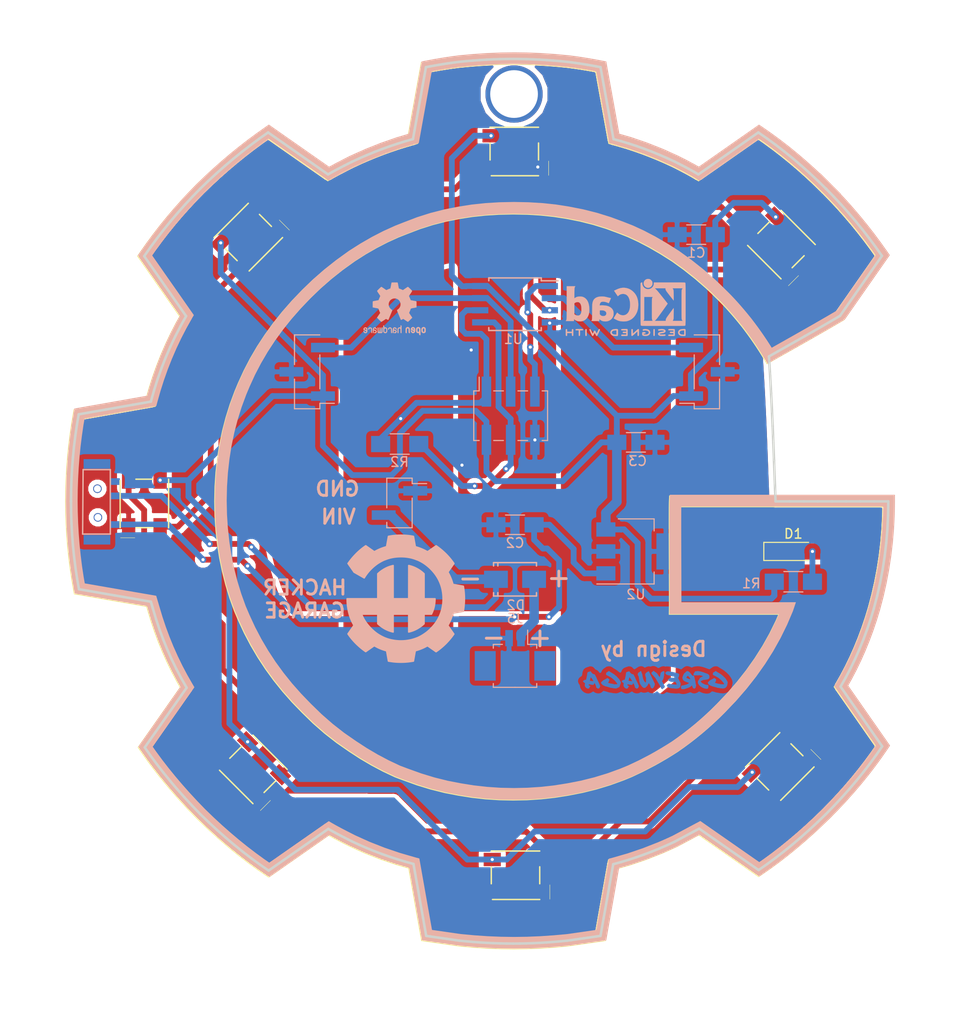
<source format=kicad_pcb>
(kicad_pcb (version 20171130) (host pcbnew 6.0.0-rc1-unknown-7b10490~66~ubuntu16.04.1)
  (layers (0 F.Cu signal) (31 B.Cu signal) (34 B.Paste user) (35 F.Paste user) (36 B.SilkS user) (37 F.SilkS user) (38 B.Mask user) (39 F.Mask user) (44 Edge.Cuts user))
  (net 0 "")
  (net 1 +5V)
  (net 2 GND)
  (net 3 VCC)
  (net 4 "Net-(D1-Pad2)")
  (net 5 VBAT)
  (net 6 3-A3)
  (net 7 SCK-2-A1)
  (net 8 MISO-1-PWM)
  (net 9 MOSI-0-PWM)
  (net 10 RESET)
  (net 11 4-A2)
  (net 12 "Net-(LED1-Pad4)")
  (net 13 "Net-(LED2-Pad4)")
  (net 14 "Net-(LED3-Pad4)")
  (net 15 "Net-(LED4-Pad4)")
  (net 16 "Net-(LED5-Pad4)")
  (net 17 "Net-(LED6-Pad4)")
  (net 18 "Net-(C2-Pad1)")
  (module PCBWay:MountingHole_3.5mm_Pad (layer F.Cu) (at 149.1488 54.9402)
    (fp_text reference MountinHoleBagde)
    (fp_text value MountingHole_5mm_Badge)
    (pad 1 thru_hole circle (at 0 0) (size 6 6) (drill 5) (layers *.Cu *.Mask))
  )
  (module PCBWay:DIODE-SMA (layer B.Cu) (at 149.2504 105.791)
    (fp_text reference D2)
    (fp_text value MBRA140 hide)
    (fp_text user %R (at 0.0762 2.7178) (layer B.SilkS) (effects (justify mirror)))
    (pad 2 smd rect (at 1.99898 0) (size 2.49936 1.80086) (layers B.Cu B.Paste B.Mask) (net 5 VBAT))
    (pad 1 smd rect (at -1.99898 0) (size 2.49936 1.80086) (layers B.Cu B.Paste B.Mask) (net 3 VCC))
  )
  (module PCBWay:C_1206_HandSoldering (layer B.Cu) (at 168.2496 69.6722 180)
    (fp_text reference C1 (at 0 -1.905 180) (layer B.SilkS) (effects (justify mirror)))
    (fp_text value 22nF)
    (pad 1 smd rect (at -2 0 180) (size 2 1.6) (layers B.Cu B.Paste B.Mask) (net 1 +5V))
    (pad 2 smd rect (at 2 0 180) (size 2 1.6) (layers B.Cu B.Paste B.Mask) (net 2 GND))
  )
  (module PCBWay:C_1206_HandSoldering (layer B.Cu) (at 149.2504 100.076 180)
    (fp_text reference C2 (at 0 -1.905 180) (layer B.SilkS) (effects (justify mirror)))
    (fp_text value 4.7uF)
    (pad 1 smd rect (at -2 0 180) (size 2 1.6) (layers B.Cu B.Paste B.Mask) (net 18 "Net-(C2-Pad1)"))
    (pad 2 smd rect (at 2 0 180) (size 2 1.6) (layers B.Cu B.Paste B.Mask) (net 2 GND))
  )
  (module PCBWay:C_1206_HandSoldering (layer B.Cu) (at 161.925 91.44)
    (fp_text reference C3 (at 0.1778 1.9558) (layer B.SilkS) (effects (justify mirror)))
    (fp_text value 4.7uF)
    (pad 2 smd rect (at 2 0) (size 2 1.6) (layers B.Cu B.Paste B.Mask) (net 2 GND))
    (pad 1 smd rect (at -2 0) (size 2 1.6) (layers B.Cu B.Paste B.Mask) (net 1 +5V))
  )
  (module PCBWay:H_CapSense (layer F.Cu) (at 144.399 97.7138)
    (fp_text reference CAP1 hide)
    (fp_text value HG_CAPSENSE_H hide)
    (fp_poly (pts (xy 21.112819 11.346745) (xy 21.112819 11.567035) (xy 21.112819 11.787335) (xy 21.112819 12.007625) (xy 21.112819 12.227915) (xy 21.112819 12.448205) (xy 21.112819 12.668505) (xy 21.112819 12.888795) (xy 21.112819 13.109085) (xy 21.112819 13.329385) (xy 21.112819 13.549675) (xy 21.112819 13.769965) (xy 21.112819 13.990255) (xy 21.112819 14.210555) (xy 21.112819 14.430845) (xy 21.112819 14.651135) (xy 21.112819 14.871435) (xy 21.112819 15.091725) (xy 21.112819 15.312015) (xy 21.112819 15.532305) (xy 21.112819 15.752605) (xy 21.112819 15.972895) (xy 21.112819 16.193185) (xy 21.112819 16.413475) (xy 21.112819 16.633775) (xy 21.112819 16.854065) (xy 21.112819 17.074355) (xy 21.112819 17.294655) (xy 21.112819 17.514945) (xy 21.112819 17.735235) (xy 21.112819 17.955525) (xy 21.112819 18.175825) (xy 21.112819 18.396115) (xy 21.000605 18.495715) (xy 20.888608 18.594415) (xy 20.776828 18.692315) (xy 20.665266 18.789315) (xy 20.553922 18.885415) (xy 20.442795 18.980615) (xy 20.331886 19.074915) (xy 20.221195 19.168415) (xy 20.110723 19.261015) (xy 20.000468 19.352715) (xy 19.890431 19.443515) (xy 19.780613 19.533515) (xy 19.671014 19.622615) (xy 19.561632 19.710815) (xy 19.45247 19.798115) (xy 19.343526 19.884615) (xy 19.234802 19.970215) (xy 19.126296 20.054915) (xy 19.018009 20.138715) (xy 18.909941 20.221615) (xy 18.802093 20.303715) (xy 18.694464 20.384915) (xy 18.587055 20.465215) (xy 18.479865 20.544615) (xy 18.372895 20.623115) (xy 18.266144 20.700815) (xy 18.159614 20.777615) (xy 18.053304 20.853515) (xy 17.947213 20.928515) (xy 17.841343 21.002615) (xy 17.735693 21.075915) (xy 17.630264 21.148315) (xy 17.409982 21.296125) (xy 17.188002 21.441205) (xy 16.964323 21.583535) (xy 16.738946 21.723125) (xy 16.51187 21.859965) (xy 16.283095 21.994075) (xy 16.052622 22.125435) (xy 15.820449 22.254065) (xy 15.586577 22.379945) (xy 15.351007 22.503085) (xy 15.113736 22.623475) (xy 14.874767 22.741135) (xy 14.634098 22.856055) (xy 14.391729 22.968225) (xy 14.14766 23.077655) (xy 13.901892 23.184345) (xy 13.654424 23.288295) (xy 13.405256 23.389505) (xy 13.154388 23.488005) (xy 12.901819 23.583705) (xy 12.64755 23.676705) (xy 12.391581 23.766905) (xy 12.133911 23.854405) (xy 11.874541 23.939205) (xy 11.61347 24.021205) (xy 11.350697 24.100505) (xy 11.086225 24.177005) (xy 10.820051 24.250805) (xy 10.552175 24.321905) (xy 10.282599 24.390205) (xy 10.011321 24.455805) (xy 9.738342 24.518605) (xy 9.738342 24.106965) (xy 9.738342 23.695325) (xy 9.738342 23.283685) (xy 9.738342 22.872045) (xy 9.738342 22.460405) (xy 9.738342 22.048765) (xy 9.738342 21.637125) (xy 9.738342 21.225485) (xy 9.738342 20.813835) (xy 9.738342 20.402195) (xy 9.738342 19.990555) (xy 9.738342 19.578915) (xy 9.738342 19.167275) (xy 9.738342 18.755635) (xy 9.738342 18.343995) (xy 9.738342 17.932355) (xy 9.738342 17.520715) (xy 9.738342 17.109075) (xy 9.738342 16.697435) (xy 9.738342 16.285795) (xy 9.738342 15.874155) (xy 9.738342 15.462515) (xy 9.738342 15.050875) (xy 9.738342 14.639235) (xy 9.738342 14.227585) (xy 9.738342 13.815945) (xy 9.738342 13.404305) (xy 9.738342 12.992665) (xy 9.738342 12.581025) (xy 9.738342 12.169385) (xy 9.738342 11.757745) (xy 9.738342 11.346105) (xy 9.381134 11.346105) (xy 9.023926 11.346105) (xy 8.666718 11.346105) (xy 8.309511 11.346105) (xy 7.952303 11.346105) (xy 7.595095 11.346105) (xy 7.237887 11.346105) (xy 6.880679 11.346105) (xy 6.523471 11.346105) (xy 6.166264 11.346105) (xy 5.809056 11.346105) (xy 5.451848 11.346105) (xy 5.09464 11.346105) (xy 4.737432 11.346105) (xy 4.380224 11.346105) (xy 4.023016 11.346105) (xy 3.665809 11.346105) (xy 3.308601 11.346105) (xy 2.951393 11.346105) (xy 2.594185 11.346105) (xy 2.236977 11.346105) (xy 1.879769 11.346105) (xy 1.522562 11.346105) (xy 1.165354 11.346105) (xy 0.808146 11.346105) (xy 0.450938 11.346105) (xy 0.09373 11.346105) (xy -0.263478 11.346105) (xy -0.620685 11.346105) (xy -0.977893 11.346105) (xy -1.335101 11.346105) (xy -1.692309 11.346105) (xy -1.692309 11.757725) (xy -1.692309 12.169355) (xy -1.692309 12.580975) (xy -1.692309 12.992595) (xy -1.692309 13.404215) (xy -1.692309 13.815845) (xy -1.692309 14.227465) (xy -1.692309 14.639085) (xy -1.692309 15.050715) (xy -1.692309 15.462335) (xy -1.692309 15.873955) (xy -1.692309 16.285575) (xy -1.692309 16.697205) (xy -1.692309 17.108825) (xy -1.692309 17.520445) (xy -1.692309 17.932075) (xy -1.692309 18.343695) (xy -1.692309 18.755315) (xy -1.692309 19.166935) (xy -1.692309 19.578565) (xy -1.692309 19.990185) (xy -1.692309 20.401805) (xy -1.692309 20.813425) (xy -1.692309 21.225055) (xy -1.692309 21.636675) (xy -1.692309 22.048295) (xy -1.692309 22.459925) (xy -1.692309 22.871545) (xy -1.692309 23.283165) (xy -1.692309 23.694785) (xy -1.692309 24.106415) (xy -1.692309 24.518035) (xy -1.965288 24.455235) (xy -2.236566 24.389635) (xy -2.506142 24.321335) (xy -2.774017 24.250235) (xy -3.040191 24.176435) (xy -3.304664 24.099935) (xy -3.567436 24.020635) (xy -3.828508 23.938635) (xy -4.087878 23.853835) (xy -4.345548 23.766335) (xy -4.601517 23.676135) (xy -4.855786 23.583135) (xy -5.108354 23.487435) (xy -5.359223 23.388935) (xy -5.608391 23.287725) (xy -5.855859 23.183785) (xy -6.101627 23.077085) (xy -6.345696 22.967655) (xy -6.588064 22.855485) (xy -6.828733 22.740575) (xy -7.067703 22.622915) (xy -7.304973 22.502515) (xy -7.540544 22.379375) (xy -7.774416 22.253495) (xy -8.006588 22.124875) (xy -8.237062 21.993505) (xy -8.465837 21.859405) (xy -8.692913 21.722555) (xy -8.91829 21.582965) (xy -9.141969 21.440635) (xy -9.363949 21.295555) (xy -9.584231 21.147745) (xy -9.691344 21.078745) (xy -9.798569 21.008745) (xy -9.905905 20.937645) (xy -10.013353 20.865545) (xy -10.120913 20.792445) (xy -10.228583 20.718245) (xy -10.336366 20.643045) (xy -10.444259 20.566745) (xy -10.552263 20.489445) (xy -10.660379 20.411045) (xy -10.768605 20.331645) (xy -10.876942 20.251245) (xy -10.98539 20.169745) (xy -11.093948 20.087245) (xy -11.202617 20.003645) (xy -11.311396 19.919045) (xy -11.420286 19.833345) (xy -11.529285 19.746645) (xy -11.638395 19.658945) (xy -11.747615 19.570145) (xy -11.856944 19.480345) (xy -11.966383 19.389445) (xy -12.075932 19.297545) (xy -12.18559 19.204645) (xy -12.295358 19.110645) (xy -12.405235 19.015645) (xy -12.515222 18.919545) (xy -12.625317 18.822445) (xy -12.735521 18.724245) (xy -12.845835 18.625045) (xy -12.956257 18.524815) (xy -13.066788 18.423545) (xy -13.066788 18.202375) (xy -13.066788 17.981205) (xy -13.066788 17.760035) (xy -13.066788 17.538865) (xy -13.066788 17.317695) (xy -13.066788 17.096525) (xy -13.066788 16.875355) (xy -13.066788 16.654185) (xy -13.066788 16.433015) (xy -13.066788 16.211845) (xy -13.066788 15.990675) (xy -13.066788 15.769505) (xy -13.066788 15.548335) (xy -13.066788 15.327165) (xy -13.066788 15.105995) (xy -13.066788 14.884815) (xy -13.066788 14.663645) (xy -13.066788 14.442475) (xy -13.066788 14.221305) (xy -13.066788 14.000135) (xy -13.066788 13.778965) (xy -13.066788 13.557795) (xy -13.066788 13.336625) (xy -13.066788 13.115455) (xy -13.066788 12.894285) (xy -13.066788 12.673115) (xy -13.066788 12.451945) (xy -13.066788 12.230775) (xy -13.066788 12.009605) (xy -13.066788 11.788435) (xy -13.066788 11.567265) (xy -13.066788 11.346095) (xy -13.236176 11.346095) (xy -13.405565 11.346095) (xy -13.574953 11.346095) (xy -13.744342 11.346095) (xy -13.91373 11.346095) (xy -14.083119 11.346095) (xy -14.252507 11.346095) (xy -14.421896 11.346095) (xy -14.591284 11.346095) (xy -14.760672 11.346095) (xy -14.930061 11.346095) (xy -15.099449 11.346095) (xy -15.268838 11.346095) (xy -15.438226 11.346095) (xy -15.607615 11.346095) (xy -15.777003 11.346095) (xy -15.946391 11.346095) (xy -16.11578 11.346095) (xy -16.285168 11.346095) (xy -16.454557 11.346095) (xy -16.623945 11.346095) (xy -16.793334 11.346095) (xy -16.962722 11.346095) (xy -17.132111 11.346095) (xy -17.301499 11.346095) (xy -17.470887 11.346095) (xy -17.640276 11.346095) (xy -17.809664 11.346095) (xy -17.979053 11.346095) (xy -18.148441 11.346095) (xy -18.31783 11.346095) (xy -18.487218 11.346095) (xy -18.575998 11.171935) (xy -18.663298 10.997005) (xy -18.749118 10.821315) (xy -18.833458 10.644855) (xy -18.916318 10.467625) (xy -18.997698 10.289635) (xy -19.077588 10.110865) (xy -19.155998 9.931335) (xy -19.232928 9.751045) (xy -19.308378 9.569975) (xy -19.382348 9.388145) (xy -19.454838 9.205535) (xy -19.525848 9.022165) (xy -19.595378 8.838035) (xy -19.663428 8.653125) (xy -19.729998 8.467445) (xy -19.795078 8.281005) (xy -19.858678 8.093795) (xy -19.920798 7.905815) (xy -19.981438 7.717065) (xy -20.040598 7.527545) (xy -20.098278 7.337255) (xy -20.154478 7.146195) (xy -20.209198 6.954375) (xy -20.262428 6.761775) (xy -20.314178 6.568415) (xy -20.364448 6.374275) (xy -20.413238 6.179375) (xy -20.460548 5.983695) (xy -20.506378 5.787255) (xy -20.550728 5.590035) (xy -20.593598 5.392055) (xy -20.626408 5.220105) (xy -20.658178 5.048315) (xy -20.688908 4.876695) (xy -20.718598 4.705245) (xy -20.747248 4.533955) (xy -20.774858 4.362835) (xy -20.801428 4.191885) (xy -20.826958 4.021095) (xy -20.851448 3.850475) (xy -20.874898 3.680025) (xy -20.897308 3.509735) (xy -20.918678 3.339615) (xy -20.938998 3.169655) (xy -20.958278 2.999865) (xy -20.976518 2.830245) (xy -20.993718 2.660775) (xy -21.009878 2.491485) (xy -21.024998 2.322345) (xy -21.039078 2.153375) (xy -21.052108 1.984575) (xy -21.064098 1.815935) (xy -21.075048 1.647455) (xy -21.084948 1.479135) (xy -21.093848 1.310985) (xy -21.101648 1.142995) (xy -21.108448 0.975175) (xy -21.114148 0.807505) (xy -21.118848 0.640005) (xy -21.122548 0.472665) (xy -21.125148 0.305485) (xy -21.126748 0.138475) (xy -21.12727 -0.028385) (xy -20.995621 -0.028385) (xy -20.863972 -0.028385) (xy -20.732323 -0.028385) (xy -20.600674 -0.028385) (xy -20.469025 -0.028385) (xy -20.337376 -0.028385) (xy -20.205727 -0.028385) (xy -20.074078 -0.028385) (xy -19.942429 -0.028385) (xy -19.81078 -0.028385) (xy -19.679131 -0.028385) (xy -19.547482 -0.028385) (xy -19.415833 -0.028385) (xy -19.284184 -0.028385) (xy -19.152535 -0.028385) (xy -19.020886 -0.028385) (xy -18.889236 -0.028385) (xy -18.757587 -0.028385) (xy -18.625938 -0.028385) (xy -18.494289 -0.028385) (xy -18.36264 -0.028385) (xy -18.230991 -0.028385) (xy -18.099342 -0.028385) (xy -17.967693 -0.028385) (xy -17.836044 -0.028385) (xy -17.704395 -0.028385) (xy -17.572746 -0.028385) (xy -17.441097 -0.028385) (xy -17.309448 -0.028385) (xy -17.177799 -0.028385) (xy -17.04615 -0.028385) (xy -16.914501 -0.028385) (xy -16.912701 -0.025385) (xy -16.910901 -0.022385) (xy -16.909101 -0.019385) (xy -16.907301 -0.016385) (xy -16.905501 -0.013385) (xy -16.903701 -0.010385) (xy -16.901901 -0.007385) (xy -16.900101 -0.004385) (xy -16.898301 -0.001385) (xy -16.896501 0.001615) (xy -16.894701 0.004615) (xy -16.892901 0.007615) (xy -16.891101 0.010615) (xy -16.889301 0.013615) (xy -16.887501 0.016615) (xy -16.885701 0.019615) (xy -16.883901 0.022615) (xy -16.882101 0.025615) (xy -16.880301 0.028615) (xy -16.878501 0.031615) (xy -16.876701 0.034615) (xy -16.874901 0.037615) (xy -16.873101 0.040615) (xy -16.871301 0.043615) (xy -16.869501 0.046615) (xy -16.867701 0.049615) (xy -16.865901 0.052615) (xy -16.864101 0.055615) (xy -16.862301 0.058615) (xy -16.860501 0.061615) (xy -16.858701 0.064615) (xy -16.856901 0.067615) (xy -16.855101 0.064615) (xy -16.853301 0.061615) (xy -16.851501 0.058615) (xy -16.849701 0.055615) (xy -16.847901 0.052615) (xy -16.846101 0.049615) (xy -16.844301 0.046615) (xy -16.842501 0.043615) (xy -16.840701 0.040615) (xy -16.838901 0.037615) (xy -16.837101 0.034615) (xy -16.835301 0.031615) (xy -16.833501 0.028615) (xy -16.831701 0.025615) (xy -16.829901 0.022615) (xy -16.828101 0.019615) (xy -16.826301 0.016615) (xy -16.824501 0.013615) (xy -16.822701 0.010615) (xy -16.820901 0.007615) (xy -16.819101 0.004615) (xy -16.817301 0.001615) (xy -16.815501 -0.001385) (xy -16.813701 -0.004385) (xy -16.811901 -0.007385) (xy -16.810101 -0.010385) (xy -16.808301 -0.013385) (xy -16.806501 -0.016385) (xy -16.804701 -0.019385) (xy -16.802901 -0.022385) (xy -16.801101 -0.025385) (xy -16.799301 -0.028385) (xy -16.682572 -0.028385) (xy -16.565843 -0.028385) (xy -16.449115 -0.028385) (xy -16.332386 -0.028385) (xy -16.215657 -0.028385) (xy -16.098928 -0.028385) (xy -15.982199 -0.028385) (xy -15.865471 -0.028385) (xy -15.748742 -0.028385) (xy -15.632013 -0.028385) (xy -15.515284 -0.028385) (xy -15.398555 -0.028385) (xy -15.281826 -0.028385) (xy -15.165098 -0.028385) (xy -15.048369 -0.028385) (xy -14.93164 -0.028385) (xy -14.814911 -0.028385) (xy -14.698182 -0.028385) (xy -14.581454 -0.028385) (xy -14.464725 -0.028385) (xy -14.347996 -0.028385) (xy -14.231267 -0.028385) (xy -14.114538 -0.028385) (xy -13.99781 -0.028385) (xy -13.881081 -0.028385) (xy -13.764352 -0.028385) (xy -13.647623 -0.028385) (xy -13.530894 -0.028385) (xy -13.414165 -0.028385) (xy -13.297437 -0.028385) (xy -13.180708 -0.028385) (xy -13.063979 -0.028385) (xy -13.063979 -0.603255) (xy -13.063979 -1.178115) (xy -13.063979 -1.752985) (xy -13.063979 -2.327855) (xy -13.063979 -2.902725) (xy -13.063979 -3.477585) (xy -13.063979 -4.052455) (xy -13.063979 -4.627325) (xy -13.063979 -5.202185) (xy -13.063979 -5.777055) (xy -13.063979 -6.351925) (xy -13.063979 -6.926795) (xy -13.063979 -7.501655) (xy -13.063979 -8.076525) (xy -13.063979 -8.651395) (xy -13.063979 -9.226265) (xy -13.063979 -9.801125) (xy -13.063979 -10.375995) (xy -13.063979 -10.950865) (xy -13.063979 -11.525725) (xy -13.063979 -12.100595) (xy -13.063979 -12.675465) (xy -13.063979 -13.250335) (xy -13.063979 -13.825195) (xy -13.063979 -14.400065) (xy -13.063979 -14.974935) (xy -13.063979 -15.549795) (xy -13.063979 -16.124665) (xy -13.063979 -16.699535) (xy -13.063979 -17.274405) (xy -13.063979 -17.849265) (xy -13.063979 -18.424135) (xy -12.960289 -18.522035) (xy -12.856381 -18.619135) (xy -12.752256 -18.715335) (xy -12.647914 -18.810735) (xy -12.543354 -18.905335) (xy -12.438576 -18.999135) (xy -12.33358 -19.092135) (xy -12.228367 -19.184235) (xy -12.122935 -19.275535) (xy -12.017285 -19.366035) (xy -11.911417 -19.455735) (xy -11.805331 -19.544535) (xy -11.699026 -19.632535) (xy -11.592503 -19.719735) (xy -11.485761 -19.806135) (xy -11.3788 -19.891635) (xy -11.27162 -19.976335) (xy -11.164222 -20.060235) (xy -11.056604 -20.143335) (xy -10.948767 -20.225635) (xy -10.840711 -20.307035) (xy -10.732435 -20.387635) (xy -10.62394 -20.467435) (xy -10.515226 -20.546435) (xy -10.406292 -20.624535) (xy -10.297138 -20.701835) (xy -10.187764 -20.778335) (xy -10.07817 -20.854035) (xy -9.968356 -20.928935) (xy -9.858321 -21.002935) (xy -9.748067 -21.076135) (xy -9.637592 -21.148535) (xy -9.407079 -21.299765) (xy -9.175471 -21.448035) (xy -8.942766 -21.593345) (xy -8.708966 -21.735685) (xy -8.47407 -21.875075) (xy -8.238077 -22.011495) (xy -8.000989 -22.144955) (xy -7.762804 -22.275445) (xy -7.523524 -22.402985) (xy -7.283148 -22.527555) (xy -7.041675 -22.649165) (xy -6.799107 -22.767815) (xy -6.555443 -22.883505) (xy -6.310682 -22.996225) (xy -6.064826 -23.105985) (xy -5.817874 -23.212785) (xy -5.569826 -23.316625) (xy -5.320681 -23.417505) (xy -5.070441 -23.515405) (xy -4.819105 -23.610305) (xy -4.566673 -23.702305) (xy -4.313145 -23.791305) (xy -4.058521 -23.877405) (xy -3.802801 -23.960505) (xy -3.545985 -24.040605) (xy -3.288073 -24.117805) (xy -3.029065 -24.192005) (xy -2.768961 -24.263205) (xy -2.507761 -24.331505) (xy -2.245465 -24.396805) (xy -1.982073 -24.459205) (xy -1.717585 -24.518605) (xy -1.716707 -23.753285) (xy -1.715829 -22.987965) (xy -1.714952 -22.222645) (xy -1.714074 -21.457325) (xy -1.713196 -20.692005) (xy -1.712318 -19.926685) (xy -1.71144 -19.161365) (xy -1.710563 -18.396045) (xy -1.709685 -17.630735) (xy -1.708807 -16.865415) (xy -1.707929 -16.100095) (xy -1.707051 -15.334775) (xy -1.706173 -14.569455) (xy -1.705296 -13.804135) (xy -1.704418 -13.038815) (xy -1.70354 -12.273495) (xy -1.702662 -11.508175) (xy -1.701784 -10.742855) (xy -1.700907 -9.977535) (xy -1.700029 -9.212215) (xy -1.699151 -8.446895) (xy -1.698273 -7.681575) (xy -1.697395 -6.916255) (xy -1.696518 -6.150935) (xy -1.69564 -5.385625) (xy -1.694762 -4.620305) (xy -1.693884 -3.854985) (xy -1.693006 -3.089665) (xy -1.692128 -2.324345) (xy -1.691251 -1.559025) (xy -1.690373 -0.793705) (xy -1.689495 -0.028385) (xy -1.332287 -0.028385) (xy -0.975079 -0.028385) (xy -0.617872 -0.028385) (xy -0.260664 -0.028385) (xy 0.096544 -0.028385) (xy 0.453752 -0.028385) (xy 0.810959 -0.028385) (xy 1.168167 -0.028385) (xy 1.525375 -0.028385) (xy 1.882583 -0.028385) (xy 2.239791 -0.028385) (xy 2.596998 -0.028385) (xy 2.954206 -0.028385) (xy 3.311414 -0.028385) (xy 3.668622 -0.028385) (xy 4.025829 -0.028385) (xy 4.383037 -0.028385) (xy 4.740245 -0.028385) (xy 5.097453 -0.028385) (xy 5.454661 -0.028385) (xy 5.811868 -0.028385) (xy 6.169076 -0.028385) (xy 6.526284 -0.028385) (xy 6.883492 -0.028385) (xy 7.2407 -0.028385) (xy 7.597907 -0.028385) (xy 7.955115 -0.028385) (xy 8.312323 -0.028385) (xy 8.669531 -0.028385) (xy 9.026738 -0.028385) (xy 9.383946 -0.028385) (xy 9.741154 -0.028385) (xy 9.741154 -0.792825) (xy 9.741154 -1.557265) (xy 9.741154 -2.321715) (xy 9.741154 -3.086155) (xy 9.741154 -3.850595) (xy 9.741154 -4.615035) (xy 9.741154 -5.379475) (xy 9.741154 -6.143915) (xy 9.741154 -6.908365) (xy 9.741154 -7.672805) (xy 9.741154 -8.437245) (xy 9.741154 -9.201685) (xy 9.741154 -9.966125) (xy 9.741154 -10.730575) (xy 9.741154 -11.495015) (xy 9.741154 -12.259455) (xy 9.741154 -13.023895) (xy 9.741154 -13.788335) (xy 9.741154 -14.552785) (xy 9.741154 -15.317225) (xy 9.741154 -16.081665) (xy 9.741154 -16.846105) (xy 9.741154 -17.610545) (xy 9.741154 -18.374995) (xy 9.741154 -19.139435) (xy 9.741154 -19.903875) (xy 9.741154 -20.668315) (xy 9.741154 -21.432755) (xy 9.741154 -22.197195) (xy 9.741154 -22.961645) (xy 9.741154 -23.726085) (xy 9.741154 -24.490525) (xy 10.003958 -24.434525) (xy 10.265775 -24.375425) (xy 10.526605 -24.313225) (xy 10.786447 -24.247925) (xy 11.045302 -24.179425) (xy 11.303169 -24.107825) (xy 11.560049 -24.033125) (xy 11.815942 -23.955225) (xy 12.070847 -23.874225) (xy 12.324765 -23.790125) (xy 12.577696 -23.702925) (xy 12.829639 -23.612525) (xy 13.080595 -23.519025) (xy 13.330564 -23.422425) (xy 13.579545 -23.322625) (xy 13.827539 -23.219745) (xy 14.074546 -23.113725) (xy 14.320565 -23.004585) (xy 14.565597 -22.892325) (xy 14.809641 -22.776935) (xy 15.052698 -22.658415) (xy 15.294768 -22.536765) (xy 15.535851 -22.411995) (xy 15.775946 -22.284105) (xy 16.015053 -22.153085) (xy 16.253174 -22.018935) (xy 16.490307 -21.881665) (xy 16.726452 -21.741275) (xy 16.96161 -21.597755) (xy 17.195781 -21.451115) (xy 17.428965 -21.301345) (xy 17.661161 -21.148455) (xy 17.780183 -21.070955) (xy 17.898491 -20.992955) (xy 18.016085 -20.914355) (xy 18.132964 -20.835255) (xy 18.24913 -20.755555) (xy 18.364581 -20.675355) (xy 18.479318 -20.594555) (xy 18.593341 -20.513255) (xy 18.706649 -20.431355) (xy 18.819244 -20.348955) (xy 18.931124 -20.265955) (xy 19.04229 -20.182455) (xy 19.152742 -20.098355) (xy 19.26248 -20.013755) (xy 19.371503 -19.928555) (xy 19.479812 -19.842855) (xy 19.587407 -19.756555) (xy 19.694288 -19.669755) (xy 19.800455 -19.582355) (xy 19.905908 -19.494455) (xy 20.010646 -19.405955) (xy 20.11467 -19.316955) (xy 20.21798 -19.227355) (xy 20.320576 -19.137255) (xy 20.422457 -19.046555) (xy 20.523625 -18.955355) (xy 20.624078 -18.863555) (xy 20.723818 -18.771255) (xy 20.822838 -18.678355) (xy 20.921148 -18.584955) (xy 21.018748 -18.490955) (xy 21.115628 -18.396455) (xy 21.115628 -17.822465) (xy 21.115628 -17.248475) (xy 21.115628 -16.674485) (xy 21.115628 -16.100495) (xy 21.115628 -15.526505) (xy 21.115628 -14.952515) (xy 21.115628 -14.378525) (xy 21.115628 -13.804535) (xy 21.115628 -13.230555) (xy 21.115628 -12.656565) (xy 21.115628 -12.082575) (xy 21.115628 -11.508585) (xy 21.115628 -10.934595) (xy 21.115628 -10.360605) (xy 21.115628 -9.786615) (xy 21.115628 -9.212625) (xy 21.115628 -8.638635) (xy 21.115628 -8.064645) (xy 21.115628 -7.490655) (xy 21.115628 -6.916665) (xy 21.115628 -6.342675) (xy 21.115628 -5.768685) (xy 21.115628 -5.194695) (xy 21.115628 -4.620705) (xy 21.115628 -4.046725) (xy 21.115628 -3.472735) (xy 21.115628 -2.898745) (xy 21.115628 -2.324755) (xy 21.115628 -1.750765) (xy 21.115628 -1.176775) (xy 21.115628 -0.602785) (xy 21.115628 -0.028795) (xy 21.108628 0.308035) (xy 21.102828 0.659105) (xy 21.098128 1.023105) (xy 21.094428 1.398735) (xy 21.091728 1.784695) (xy 21.089928 2.179675) (xy 21.088928 2.582375) (xy 21.088626 2.991495) (xy 21.08899 3.405725) (xy 21.089945 3.823765) (xy 21.091445 4.244315) (xy 21.093345 4.666065) (xy 21.095645 5.087705) (xy 21.098245 5.507955) (xy 21.101045 5.925485) (xy 21.104045 6.339015) (xy 21.107145 6.747225) (xy 21.110245 7.148815) (xy 21.113345 7.542485) (xy 21.116245 7.926935) (xy 21.118945 8.300845) (xy 21.121445 8.662935) (xy 21.123545 9.011885) (xy 21.125245 9.346395) (xy 21.126445 9.665155) (xy 21.127123 9.966885) (xy 21.127174 10.250255) (xy 21.126526 10.513975) (xy 21.125126 10.756735) (xy 21.122826 10.977245) (xy 21.119626 11.174185) (xy 21.115426 11.346255) (xy 21.112819 11.346745)) (layer F.Cu) (width 0.148617))
  )
  (module PCBWay:LED_1206_HandSoldering (layer F.Cu) (at 178.435 102.87)
    (fp_text reference D1 (at 0 -1.85) (layer F.SilkS))
    (fp_text value ON)
    (pad 1 smd rect (at -2 0) (size 2 1.7) (layers F.Cu F.Paste F.Mask) (net 2 GND))
    (pad 2 smd rect (at 2 0) (size 2 1.7) (layers F.Cu F.Paste F.Mask) (net 4 "Net-(D1-Pad2)"))
  )
  (module PCBWay:Pin_Header_Straight_1x03_Pitch2.54mm_SMD_Pin1Left (layer B.Cu) (at 169.3672 84.0486)
    (fp_text reference J1 hide)
    (fp_text value CONN_01X03)
    (pad 1 smd rect (at -1.655 2.54) (size 2.51 1) (layers B.Cu B.Paste B.Mask) (net 1 +5V))
    (pad 3 smd rect (at -1.655 -2.54) (size 2.51 1) (layers B.Cu B.Paste B.Mask) (net 6 3-A3))
    (pad 2 smd rect (at 1.655 0) (size 2.51 1) (layers B.Cu B.Paste B.Mask) (net 2 GND))
  )
  (module PCBWay:Pin_Header_Straight_1x03_Pitch2.54mm_SMD_Pin1Right (layer B.Cu) (at 127.4572 84.0486)
    (fp_text reference J2 hide)
    (fp_text value CONN_01X03)
    (pad 2 smd rect (at -1.655 0) (size 2.51 1) (layers B.Cu B.Paste B.Mask) (net 2 GND))
    (pad 1 smd rect (at 1.655 2.54) (size 2.51 1) (layers B.Cu B.Paste B.Mask) (net 1 +5V))
    (pad 3 smd rect (at 1.655 -2.54) (size 2.51 1) (layers B.Cu B.Paste B.Mask) (net 7 SCK-2-A1))
  )
  (module PCBWay:Pin_Header_Straight_2x03_Pitch2.54mm_SMD (layer B.Cu) (at 148.7932 88.646 270)
    (fp_text reference J3 hide)
    (fp_text value CONN_02X03)
    (pad 1 smd rect (at -2.525 2.54 270) (size 3.15 1) (layers B.Cu B.Paste B.Mask) (net 8 MISO-1-PWM))
    (pad 2 smd rect (at 2.525 2.54 270) (size 3.15 1) (layers B.Cu B.Paste B.Mask) (net 1 +5V))
    (pad 3 smd rect (at -2.525 0 270) (size 3.15 1) (layers B.Cu B.Paste B.Mask) (net 7 SCK-2-A1))
    (pad 4 smd rect (at 2.525 0 270) (size 3.15 1) (layers B.Cu B.Paste B.Mask) (net 9 MOSI-0-PWM))
    (pad 5 smd rect (at -2.525 -2.54 270) (size 3.15 1) (layers B.Cu B.Paste B.Mask) (net 10 RESET))
    (pad 6 smd rect (at 2.525 -2.54 270) (size 3.15 1) (layers B.Cu B.Paste B.Mask) (net 2 GND))
  )
  (module PCBWay:Pin_Header_Straight_1x02_Pitch2.54mm_SMD_Pin1Left (layer B.Cu) (at 137.1346 97.79 180)
    (fp_text reference J4 hide)
    (fp_text value CONN_01X02)
    (pad 1 smd rect (at -1.655 1.27 180) (size 2.51 1) (layers B.Cu B.Paste B.Mask) (net 2 GND))
    (pad 2 smd rect (at 1.655 -1.27 180) (size 2.51 1) (layers B.Cu B.Paste B.Mask) (net 3 VCC))
  )
  (module PCBWay:Molex_PicoBlade_53261-0271_02x1.25mm_Angled (layer B.Cu) (at 149.2504 113.411 180)
    (fp_text reference J5 (at 0 3.5 180) (layer B.SilkS) (effects (justify mirror)))
    (fp_text value CONN_01X02)
    (pad 1 smd rect (at -0.625 1.45 180) (size 0.8 1.7) (layers B.Cu B.Paste B.Mask) (net 5 VBAT))
    (pad 2 smd rect (at 0.625 1.45 180) (size 0.8 1.7) (layers B.Cu B.Paste B.Mask) (net 2 GND))
    (pad "" smd rect (at -3.125 -1.45 180) (size 2.2 3.1) (layers B.Cu B.Paste B.Mask))
    (pad "" smd rect (at 3.125 -1.45 180) (size 2.2 3.1) (layers B.Cu B.Paste B.Mask))
  )
  (module PCBWay:WS2812B (layer F.Cu) (at 177.1396 70.7136 315)
    (fp_text reference LED1)
    (fp_text value WS2812B hide)
    (pad 1 smd rect (at 2.4384 1.651 315) (size 1.8 1.4) (layers F.Cu F.Paste F.Mask) (net 2 GND))
    (pad 2 smd rect (at 2.4384 -1.651 315) (size 1.8 1.4) (layers F.Cu F.Paste F.Mask) (net 11 4-A2))
    (pad 3 smd rect (at -2.4384 -1.651 315) (size 1.8 1.4) (layers F.Cu F.Paste F.Mask) (net 1 +5V))
    (pad 4 smd rect (at -2.4384 1.651 315) (size 1.8 1.4) (layers F.Cu F.Paste F.Mask) (net 12 "Net-(LED1-Pad4)"))
  )
  (module PCBWay:WS2812B (layer F.Cu) (at 149.1742 60.96)
    (fp_text reference LED2)
    (fp_text value WS2812B hide)
    (pad 4 smd rect (at -2.4384 1.651) (size 1.8 1.4) (layers F.Cu F.Paste F.Mask) (net 13 "Net-(LED2-Pad4)"))
    (pad 3 smd rect (at -2.4384 -1.651) (size 1.8 1.4) (layers F.Cu F.Paste F.Mask) (net 1 +5V))
    (pad 2 smd rect (at 2.4384 -1.651) (size 1.8 1.4) (layers F.Cu F.Paste F.Mask) (net 12 "Net-(LED1-Pad4)"))
    (pad 1 smd rect (at 2.4384 1.651) (size 1.8 1.4) (layers F.Cu F.Paste F.Mask) (net 2 GND))
  )
  (module PCBWay:WS2812B (layer F.Cu) (at 121.285 69.977 45)
    (fp_text reference LED3)
    (fp_text value WS2812B hide)
    (pad 4 smd rect (at -2.4384 1.651 45) (size 1.8 1.4) (layers F.Cu F.Paste F.Mask) (net 14 "Net-(LED3-Pad4)"))
    (pad 3 smd rect (at -2.4384 -1.651 45) (size 1.8 1.4) (layers F.Cu F.Paste F.Mask) (net 1 +5V))
    (pad 2 smd rect (at 2.4384 -1.651 45) (size 1.8 1.4) (layers F.Cu F.Paste F.Mask) (net 13 "Net-(LED2-Pad4)"))
    (pad 1 smd rect (at 2.4384 1.651 45) (size 1.8 1.4) (layers F.Cu F.Paste F.Mask) (net 2 GND))
  )
  (module PCBWay:WS2812B (layer F.Cu) (at 110.3884 97.8408 270)
    (fp_text reference LED4)
    (fp_text value WS2812B hide)
    (pad 4 smd rect (at -2.4384 1.651 270) (size 1.8 1.4) (layers F.Cu F.Paste F.Mask) (net 15 "Net-(LED4-Pad4)"))
    (pad 3 smd rect (at -2.4384 -1.651 270) (size 1.8 1.4) (layers F.Cu F.Paste F.Mask) (net 1 +5V))
    (pad 2 smd rect (at 2.4384 -1.651 270) (size 1.8 1.4) (layers F.Cu F.Paste F.Mask) (net 14 "Net-(LED3-Pad4)"))
    (pad 1 smd rect (at 2.4384 1.651 270) (size 1.8 1.4) (layers F.Cu F.Paste F.Mask) (net 2 GND))
  )
  (module PCBWay:WS2812B (layer F.Cu) (at 121.769624 125.708558 315)
    (fp_text reference LED5)
    (fp_text value WS2812B hide)
    (pad 1 smd rect (at 2.4384 1.651 315) (size 1.8 1.4) (layers F.Cu F.Paste F.Mask) (net 2 GND))
    (pad 2 smd rect (at 2.4384 -1.651 315) (size 1.8 1.4) (layers F.Cu F.Paste F.Mask) (net 15 "Net-(LED4-Pad4)"))
    (pad 3 smd rect (at -2.4384 -1.651 315) (size 1.8 1.4) (layers F.Cu F.Paste F.Mask) (net 1 +5V))
    (pad 4 smd rect (at -2.4384 1.651 315) (size 1.8 1.4) (layers F.Cu F.Paste F.Mask) (net 16 "Net-(LED5-Pad4)"))
  )
  (module PCBWay:WS2812B (layer F.Cu) (at 149.3012 136.8044)
    (fp_text reference LED6)
    (fp_text value WS2812B hide)
    (pad 4 smd rect (at -2.4384 1.651) (size 1.8 1.4) (layers F.Cu F.Paste F.Mask) (net 17 "Net-(LED6-Pad4)"))
    (pad 3 smd rect (at -2.4384 -1.651) (size 1.8 1.4) (layers F.Cu F.Paste F.Mask) (net 1 +5V))
    (pad 2 smd rect (at 2.4384 -1.651) (size 1.8 1.4) (layers F.Cu F.Paste F.Mask) (net 16 "Net-(LED5-Pad4)"))
    (pad 1 smd rect (at 2.4384 1.651) (size 1.8 1.4) (layers F.Cu F.Paste F.Mask) (net 2 GND))
  )
  (module PCBWay:WS2812B (layer F.Cu) (at 177.0126 125.4506 45)
    (fp_text reference LED7)
    (fp_text value WS2812B hide)
    (pad 1 smd rect (at 2.4384 1.651 45) (size 1.8 1.4) (layers F.Cu F.Paste F.Mask) (net 2 GND))
    (pad 2 smd rect (at 2.4384 -1.651 45) (size 1.8 1.4) (layers F.Cu F.Paste F.Mask) (net 17 "Net-(LED6-Pad4)"))
    (pad 3 smd rect (at -2.4384 -1.651 45) (size 1.8 1.4) (layers F.Cu F.Paste F.Mask) (net 1 +5V))
    (pad 4 smd rect (at -2.4384 1.651 45) (size 1.8 1.4) (layers F.Cu F.Paste F.Mask))
  )
  (module PCBWay:R_1206_HandSoldering (layer B.Cu) (at 178.435 106.045)
    (fp_text reference R1 (at -4.4196 0.1778) (layer B.SilkS) (effects (justify mirror)))
    (fp_text value 1k)
    (pad 1 smd rect (at -2 0) (size 2 1.7) (layers B.Cu B.Paste B.Mask) (net 1 +5V))
    (pad 2 smd rect (at 2 0) (size 2 1.7) (layers B.Cu B.Paste B.Mask) (net 4 "Net-(D1-Pad2)"))
  )
  (module PCBWay:R_1206_HandSoldering (layer B.Cu) (at 137.16 91.6178 180)
    (fp_text reference R2 (at 0.0254 -1.8796 180) (layer B.SilkS) (effects (justify mirror)))
    (fp_text value "1M Ohms")
    (pad 2 smd rect (at 2 0 180) (size 2 1.7) (layers B.Cu B.Paste B.Mask) (net 8 MISO-1-PWM))
    (pad 1 smd rect (at -2 0 180) (size 2 1.7) (layers B.Cu B.Paste B.Mask) (net 9 MOSI-0-PWM))
  )
  (module PCBWay:SOIJ-8_5.3x5.3mm_Pitch1.27mm (layer B.Cu) (at 149.2504 76.962 180)
    (fp_text reference U1 (at 0.1778 -3.6576 180) (layer B.SilkS) (effects (justify mirror)))
    (fp_text value ATTINY85-20SU)
    (pad 8 smd rect (at 3.65 1.905 180) (size 1.7 0.65) (layers B.Cu B.Paste B.Mask) (net 1 +5V))
    (pad 7 smd rect (at 3.65 0.635 180) (size 1.7 0.65) (layers B.Cu B.Paste B.Mask) (net 7 SCK-2-A1))
    (pad 6 smd rect (at 3.65 -0.635 180) (size 1.7 0.65) (layers B.Cu B.Paste B.Mask) (net 8 MISO-1-PWM))
    (pad 5 smd rect (at 3.65 -1.905 180) (size 1.7 0.65) (layers B.Cu B.Paste B.Mask) (net 9 MOSI-0-PWM))
    (pad 4 smd rect (at -3.65 -1.905 180) (size 1.7 0.65) (layers B.Cu B.Paste B.Mask) (net 2 GND))
    (pad 3 smd rect (at -3.65 -0.635 180) (size 1.7 0.65) (layers B.Cu B.Paste B.Mask) (net 11 4-A2))
    (pad 2 smd rect (at -3.65 0.635 180) (size 1.7 0.65) (layers B.Cu B.Paste B.Mask) (net 6 3-A3))
    (pad 1 smd rect (at -3.65 1.905 180) (size 1.7 0.65) (layers B.Cu B.Paste B.Mask) (net 10 RESET))
  )
  (module PCBWay:SOT-223-3Lead_TabPin2 (layer B.Cu) (at 161.925 102.87)
    (fp_text reference U2 (at 0 4.5) (layer B.SilkS) (effects (justify mirror)))
    (fp_text value LM340MP-5.0/NOPB)
    (pad 2 smd rect (at 3.15 0) (size 2 3.8) (layers B.Cu B.Paste B.Mask) (net 2 GND))
    (pad 2 smd rect (at -3.15 0) (size 2 1.5) (layers B.Cu B.Paste B.Mask) (net 2 GND))
    (pad 3 smd rect (at -3.15 -2.3) (size 2 1.5) (layers B.Cu B.Paste B.Mask) (net 1 +5V))
    (pad 1 smd rect (at -3.15 2.3) (size 2 1.5) (layers B.Cu B.Paste B.Mask) (net 18 "Net-(C2-Pad1)"))
  )
  (module PCBWay:FirmaCuMask (layer B.Cu) (at 163.957 116.3574 180)
    (fp_text reference svg2mod hide)
    (fp_text value G*** hide)
    (fp_poly (pts (xy 7.387873 -0.60938) (xy 6.539203 -0.101327) (xy 6.697799 -0.08958) (xy 6.859331 -0.063146) (xy 6.815275 0.118945) (xy 6.765349 0.309847) (xy 6.747726 0.280478) (xy 6.633185 0.142442) (xy 6.54214 -0.00147) (xy 6.506895 -0.054337) (xy 6.474591 -0.107205) (xy 6.506895 -0.104282) (xy 6.539205 -0.101359) (xy 6.539203 -0.101327) (xy 7.387873 -0.60938) (xy 7.335006 -0.712174) (xy 7.255707 -0.803219) (xy 7.155851 -0.867832) (xy 7.038372 -0.897201) (xy 6.985505 -0.876644) (xy 6.959071 -0.859021) (xy 6.941449 -0.85021) (xy 6.929703 -0.841399) (xy 6.894458 -0.826711) (xy 6.906204 -0.788531) (xy 6.903281 -0.753286) (xy 6.868036 -0.715106) (xy 6.850414 -0.697484) (xy 6.835726 -0.679861) (xy 6.7858 -0.624059) (xy 6.865097 -0.603501) (xy 6.962017 -0.550634) (xy 6.982575 -0.441966) (xy 6.882718 -0.439044) (xy 6.803421 -0.459601) (xy 6.694753 -0.486035) (xy 6.577274 -0.494846) (xy 6.533218 -0.494846) (xy 6.489162 -0.489) (xy 6.459793 -0.483155) (xy 6.448047 -0.44791) (xy 6.436301 -0.436163) (xy 6.403991 -0.397983) (xy 6.398145 -0.33337) (xy 6.380522 -0.280503) (xy 6.354089 -0.353927) (xy 6.342342 -0.383296) (xy 6.312974 -0.389142) (xy 6.304162 -0.403829) (xy 6.30124 -0.418516) (xy 6.286552 -0.468443) (xy 6.274806 -0.480189) (xy 6.26306 -0.489) (xy 6.248372 -0.541868) (xy 6.23075 -0.591794) (xy 6.204316 -0.668155) (xy 6.19847 -0.738641) (xy 6.186724 -0.770951) (xy 6.154414 -0.80032) (xy 6.119169 -0.817943) (xy 6.101547 -0.829689) (xy 6.086859 -0.835535) (xy 6.078048 -0.867838) (xy 6.042803 -0.873684) (xy 5.995812 -0.882495) (xy 5.966443 -0.885418) (xy 5.937074 -0.882495) (xy 5.887148 -0.84138) (xy 5.846033 -0.80907) (xy 5.816664 -0.756203) (xy 5.810818 -0.723899) (xy 5.804973 -0.69453) (xy 5.796161 -0.676908) (xy 5.757981 -0.641663) (xy 5.790291 -0.615229) (xy 5.793214 -0.565303) (xy 5.916566 -0.277481) (xy 6.054603 0.004467) (xy 6.09866 0.098449) (xy 6.145651 0.192432) (xy 6.142728 0.212989) (xy 6.148574 0.239423) (xy 6.201441 0.327532) (xy 6.242556 0.409767) (xy 6.289548 0.506687) (xy 6.354161 0.603606) (xy 6.401152 0.624164) (xy 6.421709 0.630009) (xy 6.448143 0.635855) (xy 6.492199 0.630009) (xy 6.63611 0.73574) (xy 6.762399 0.903147) (xy 6.791768 0.944262) (xy 6.829948 0.920769) (xy 6.871063 0.903147) (xy 6.926866 0.888459) (xy 7.026722 0.862026) (xy 7.103083 0.817969) (xy 7.123641 0.747483) (xy 7.132452 0.700491) (xy 7.147139 0.600635) (xy 7.158885 0.489031) (xy 7.182384 0.389174) (xy 7.202942 0.292255) (xy 7.23231 0.154217) (xy 7.27049 0.030865) (xy 7.299859 0.027942) (xy 7.329228 0.036754) (xy 7.367408 0.042599) (xy 7.399712 0.045522) (xy 7.411458 0.016153) (xy 7.440827 -0.013215) (xy 7.496629 -0.030838) (xy 7.528939 -0.057272) (xy 7.552432 -0.074894) (xy 7.596488 -0.092516) (xy 7.572995 -0.136573) (xy 7.487824 -0.239366) (xy 7.367408 -0.318664) (xy 7.370331 -0.353909) (xy 7.379142 -0.386213) (xy 7.39383 -0.489006) (xy 7.39383 -0.597674) (xy 7.387984 -0.60942) (xy 7.387873 -0.60938)) (layer B.Cu) (width 0))
    (fp_poly (pts (xy 5.68688 -0.327432) (xy 5.501851 -0.524208) (xy 5.249273 -0.63875) (xy 4.958514 -0.718047) (xy 4.667755 -0.809093) (xy 4.594331 -0.812016) (xy 4.535593 -0.820827) (xy 4.482726 -0.829638) (xy 4.423989 -0.835484) (xy 4.409301 -0.84133) (xy 4.40049 -0.853076) (xy 4.309444 -0.861887) (xy 4.244831 -0.861887) (xy 4.171407 -0.870699) (xy 4.106794 -0.87951) (xy 3.760233 -0.723851) (xy 3.622196 -0.318551) (xy 3.61635 -0.300928) (xy 3.604604 -0.292117) (xy 3.610449 -0.242191) (xy 3.613372 -0.189323) (xy 3.786653 0.110246) (xy 4.018672 0.356951) (xy 4.053917 0.392196) (xy 4.080351 0.427441) (xy 4.112655 0.45681) (xy 4.156711 0.477367) (xy 4.303559 0.606593) (xy 4.482713 0.718198) (xy 4.667742 0.826865) (xy 4.838085 0.950218) (xy 4.885076 0.941407) (xy 4.91738 0.941407) (xy 4.973183 0.879731) (xy 5.046606 0.841551) (xy 5.117093 0.797495) (xy 5.167019 0.727008) (xy 5.149397 0.71232) (xy 5.158208 0.685887) (xy 5.161131 0.659453) (xy 5.140574 0.647707) (xy 5.158196 0.630084) (xy 5.175819 0.615397) (xy 5.167007 0.591904) (xy 5.167007 0.562535) (xy 5.034844 0.489112) (xy 4.88506 0.41275) (xy 4.723527 0.327579) (xy 4.561994 0.224786) (xy 4.400462 0.092622) (xy 4.241866 -0.057163) (xy 4.097955 -0.221632) (xy 3.983414 -0.386102) (xy 3.99516 -0.409594) (xy 4.009848 -0.430152) (xy 4.183128 -0.430152) (xy 4.347597 -0.438963) (xy 4.359344 -0.421341) (xy 4.374025 -0.403718) (xy 4.685343 -0.350851) (xy 4.979039 -0.271553) (xy 4.934982 -0.256865) (xy 4.899738 -0.242184) (xy 4.899738 -0.218691) (xy 4.929106 -0.195193) (xy 4.861556 -0.136455) (xy 4.832188 -0.042472) (xy 4.84981 -0.007227) (xy 4.832188 0.025083) (xy 4.817506 0.025083) (xy 4.81166 0.016272) (xy 4.808738 0.004525) (xy 4.79405 0.007448) (xy 4.805796 0.051504) (xy 4.823419 0.092619) (xy 5.026069 0.227719) (xy 5.105367 0.174852) (xy 5.202286 0.119049) (xy 5.308017 0.063247) (xy 5.410811 0.01038) (xy 5.484234 -0.036612) (xy 5.545911 -0.098288) (xy 5.604648 -0.157025) (xy 5.678073 -0.206952) (xy 5.680995 -0.268628) (xy 5.686841 -0.327366) (xy 5.68688 -0.327432)) (layer B.Cu) (width 0))
    (fp_poly (pts (xy 3.33185 -0.60938) (xy 2.483169 -0.101327) (xy 2.641765 -0.08958) (xy 2.803298 -0.063146) (xy 2.759242 0.118945) (xy 2.709315 0.309847) (xy 2.691693 0.280478) (xy 2.577152 0.142442) (xy 2.486106 -0.00147) (xy 2.450861 -0.054337) (xy 2.418551 -0.107205) (xy 2.450861 -0.104282) (xy 2.483165 -0.101359) (xy 2.483169 -0.101327) (xy 3.33185 -0.60938) (xy 3.278983 -0.712174) (xy 3.199685 -0.803219) (xy 3.099828 -0.867832) (xy 2.98235 -0.897201) (xy 2.929483 -0.876644) (xy 2.903049 -0.859021) (xy 2.885426 -0.85021) (xy 2.87368 -0.841399) (xy 2.838435 -0.826711) (xy 2.850181 -0.788531) (xy 2.847259 -0.753286) (xy 2.812014 -0.715106) (xy 2.794391 -0.697484) (xy 2.779704 -0.679861) (xy 2.729777 -0.624059) (xy 2.809075 -0.603501) (xy 2.905995 -0.550634) (xy 2.926552 -0.441966) (xy 2.826696 -0.439044) (xy 2.747397 -0.459601) (xy 2.63873 -0.486035) (xy 2.521252 -0.494846) (xy 2.477196 -0.494846) (xy 2.433139 -0.489) (xy 2.403771 -0.483155) (xy 2.392024 -0.44791) (xy 2.380278 -0.436163) (xy 2.347968 -0.397983) (xy 2.342122 -0.33337) (xy 2.3245 -0.280503) (xy 2.298066 -0.353927) (xy 2.28632 -0.383296) (xy 2.256951 -0.389142) (xy 2.24814 -0.403829) (xy 2.245217 -0.418516) (xy 2.23053 -0.468443) (xy 2.218783 -0.480189) (xy 2.207037 -0.489) (xy 2.19235 -0.541868) (xy 2.174727 -0.591794) (xy 2.148293 -0.668155) (xy 2.142448 -0.738641) (xy 2.130701 -0.770951) (xy 2.098398 -0.80032) (xy 2.063153 -0.817943) (xy 2.04553 -0.829689) (xy 2.030843 -0.835535) (xy 2.022032 -0.867838) (xy 1.986787 -0.873684) (xy 1.939795 -0.882495) (xy 1.910427 -0.885418) (xy 1.881058 -0.882495) (xy 1.831132 -0.84138) (xy 1.790016 -0.80907) (xy 1.760648 -0.756203) (xy 1.754802 -0.723899) (xy 1.748956 -0.69453) (xy 1.740145 -0.676908) (xy 1.701965 -0.641663) (xy 1.734269 -0.615229) (xy 1.737192 -0.565303) (xy 1.860544 -0.277481) (xy 1.998581 0.004467) (xy 2.042637 0.098449) (xy 2.089628 0.192432) (xy 2.086706 0.212989) (xy 2.092551 0.239423) (xy 2.145419 0.327532) (xy 2.186534 0.409767) (xy 2.233525 0.506687) (xy 2.298138 0.603606) (xy 2.345129 0.624164) (xy 2.365687 0.630009) (xy 2.392121 0.635855) (xy 2.436177 0.630009) (xy 2.580088 0.73574) (xy 2.706377 0.903147) (xy 2.735746 0.944262) (xy 2.773926 0.920769) (xy 2.815041 0.903147) (xy 2.870844 0.888459) (xy 2.9707 0.862026) (xy 3.047061 0.817969) (xy 3.067619 0.747483) (xy 3.07643 0.700491) (xy 3.091117 0.600635) (xy 3.102864 0.489031) (xy 3.126356 0.389174) (xy 3.146914 0.292255) (xy 3.176282 0.154217) (xy 3.214462 0.030865) (xy 3.243831 0.027942) (xy 3.2732 0.036754) (xy 3.31138 0.042599) (xy 3.34369 0.045522) (xy 3.355436 0.016153) (xy 3.384805 -0.013215) (xy 3.440607 -0.030838) (xy 3.472911 -0.057272) (xy 3.49641 -0.074894) (xy 3.540466 -0.092516) (xy 3.516967 -0.136573) (xy 3.431796 -0.239366) (xy 3.311381 -0.318664) (xy 3.314303 -0.353909) (xy 3.323115 -0.386213) (xy 3.337796 -0.489006) (xy 3.337796 -0.597674) (xy 3.33195 -0.60942) (xy 3.33185 -0.60938)) (layer B.Cu) (width 0))
    (fp_poly (pts (xy 0.682714 -0.321558) (xy 0.644534 -0.353868) (xy 0.621042 -0.403794) (xy 0.600484 -0.453721) (xy 0.571115 -0.474278) (xy 0.553493 -0.515393) (xy 0.529994 -0.553573) (xy 0.512372 -0.594688) (xy 0.518217 -0.644615) (xy 0.488849 -0.694541) (xy 0.474161 -0.756217) (xy 0.450669 -0.806143) (xy 0.386056 -0.823766) (xy 0.383133 -0.838453) (xy 0.391944 -0.859011) (xy 0.342018 -0.861934) (xy 0.303838 -0.876615) (xy 0.209855 -0.814939) (xy 0.145242 -0.718019) (xy 0.095316 -0.606415) (xy 0.054201 -0.509496) (xy 0.057124 -0.447819) (xy 0.036566 -0.394952) (xy 0.072956 -0.317948) (xy 0.110174 -0.239661) (xy 0.148214 -0.160087) (xy 0.187082 -0.079229) (xy 0.226778 0.002914) (xy 0.267296 0.086342) (xy 0.308643 0.171055) (xy 0.350817 0.257053) (xy 0.393126 0.343555) (xy 0.434886 0.429783) (xy 0.476099 0.515735) (xy 0.516757 0.601411) (xy 0.556868 0.686812) (xy 0.596424 0.771938) (xy 0.635432 0.856789) (xy 0.673886 0.941364) (xy 0.806049 0.879688) (xy 0.926465 0.803327) (xy 1.020447 0.700533) (xy 1.070373 0.574245) (xy 1.055686 0.559557) (xy 1.04394 0.556634) (xy 1.055686 0.536077) (xy 1.055686 0.52433) (xy 1.055686 0.506708) (xy 1.064497 0.480274) (xy 1.046875 0.477351) (xy 1.029252 0.477351) (xy 1.035098 0.424484) (xy 1.023352 0.386304) (xy 1.008664 0.351059) (xy 1.011587 0.304068) (xy 0.9969 0.298222) (xy 0.991054 0.289411) (xy 0.982243 0.2806) (xy 0.970496 0.2806) (xy 0.976342 0.151373) (xy 0.970496 0.01921) (xy 0.973419 -0.118827) (xy 0.993977 -0.265675) (xy 1.161383 -0.107078) (xy 1.264177 0.110256) (xy 1.325853 0.368708) (xy 1.369909 0.650656) (xy 1.411024 0.715269) (xy 1.437458 0.794568) (xy 1.460951 0.879739) (xy 1.490319 0.959037) (xy 1.563744 0.929668) (xy 1.622481 0.882677) (xy 1.678284 0.835686) (xy 1.751707 0.809252) (xy 1.81632 0.712333) (xy 1.8545 0.612476) (xy 1.831008 0.559608) (xy 1.81632 0.500871) (xy 1.792828 0.445068) (xy 1.751713 0.403953) (xy 1.72822 0.262979) (xy 1.701787 0.139627) (xy 1.681229 0.010401) (xy 1.675383 -0.13351) (xy 1.625457 -0.277421) (xy 1.584342 -0.415458) (xy 1.510918 -0.506504) (xy 1.455115 -0.612234) (xy 1.440428 -0.61808) (xy 1.41987 -0.609269) (xy 1.41987 -0.626891) (xy 1.411059 -0.638637) (xy 1.405213 -0.650384) (xy 1.411059 -0.673882) (xy 1.337635 -0.723809) (xy 1.267148 -0.782546) (xy 1.179039 -0.817791) (xy 1.046876 -0.797233) (xy 0.832478 -0.594584) (xy 0.682693 -0.321446) (xy 0.682714 -0.321558)) (layer B.Cu) (width 0))
    (fp_poly (pts (xy -0.183688 -0.086602) (xy -0.218933 -0.130658) (xy -0.248302 -0.180584) (xy -0.280606 -0.242261) (xy -0.324662 -0.295128) (xy -0.354031 -0.365615) (xy -0.401022 -0.421417) (xy -0.539059 -0.676932) (xy -0.556681 -0.7298) (xy -0.583115 -0.776791) (xy -0.594861 -0.797349) (xy -0.603672 -0.812036) (xy -0.609518 -0.841405) (xy -0.641828 -0.88252) (xy -0.674132 -0.914824) (xy -0.694689 -0.938316) (xy -0.738746 -0.955939) (xy -1.000135 -0.726856) (xy -0.997212 -0.697487) (xy -0.988401 -0.668119) (xy -0.976655 -0.632874) (xy -0.950221 -0.550639) (xy -0.900295 -0.477215) (xy -0.873861 -0.412602) (xy -0.803374 -0.274565) (xy -0.738761 -0.162961) (xy -0.700581 -0.098348) (xy -0.771068 -0.013176) (xy -0.838618 0.127798) (xy -0.879733 0.248214) (xy -0.888545 0.312827) (xy -0.900291 0.368629) (xy -0.914978 0.433242) (xy -0.920824 0.500792) (xy -0.938447 0.541907) (xy -0.932601 0.571276) (xy -0.929678 0.624143) (xy -0.944365 0.69463) (xy -0.959053 0.759243) (xy -0.961976 0.82973) (xy -0.944353 0.894343) (xy -0.888551 0.950146) (xy -0.838624 0.953069) (xy -0.788698 0.9237) (xy -0.738772 0.897266) (xy -0.677096 0.867898) (xy -0.61542 0.829718) (xy -0.594862 0.788602) (xy -0.556682 0.756299) (xy -0.556682 0.723989) (xy -0.55376 0.691685) (xy -0.542013 0.644694) (xy -0.530267 0.609449) (xy -0.521456 0.530151) (xy -0.503833 0.462601) (xy -0.486211 0.395051) (xy -0.483288 0.31869) (xy -0.453919 0.339248) (xy -0.442173 0.348059) (xy -0.430427 0.35687) (xy -0.257146 0.591826) (xy -0.262992 0.621195) (xy -0.201316 0.679933) (xy -0.15726 0.723989) (xy -0.11908 0.768045) (xy -0.08677 0.791544) (xy 0.180493 0.973635) (xy 0.221608 0.979481) (xy 0.233354 0.941301) (xy 0.280346 0.882563) (xy 0.359644 0.832637) (xy 0.386077 0.815014) (xy 0.400765 0.770958) (xy 0.397842 0.744524) (xy 0.409588 0.715156) (xy 0.350851 0.612362) (xy 0.286238 0.553624) (xy 0.236311 0.509568) (xy 0.204008 0.462577) (xy 0.18345 0.439078) (xy 0.104152 0.345096) (xy 0.095341 0.309851) (xy 0.060096 0.309851) (xy 0.045408 0.298105) (xy 0.01604 0.248178) (xy -0.013329 0.209998) (xy -0.028017 0.195311) (xy -0.036828 0.171818) (xy -0.045639 0.148326) (xy -0.09263 0.089588) (xy -0.113188 0.048473) (xy -0.13668 0.001482) (xy -0.168984 -0.042574) (xy -0.183672 -0.086631) (xy -0.183688 -0.086602)) (layer B.Cu) (width 0))
    (fp_poly (pts (xy -1.053027 0.797423) (xy -1.053027 0.765113) (xy -1.05595 0.74749) (xy -1.05595 0.726933) (xy -1.050104 0.697564) (xy -1.194015 0.559527) (xy -1.367296 0.50666) (xy -1.561135 0.47435) (xy -1.754974 0.397989) (xy -1.825461 0.397989) (xy -1.91357 0.389178) (xy -1.957626 0.362744) (xy -2.010494 0.348057) (xy -2.001682 0.292255) (xy -1.992871 0.248198) (xy -1.766725 0.251121) (xy -1.520021 0.265809) (xy -1.522943 0.245251) (xy -1.525866 0.230564) (xy -1.484751 0.192384) (xy -1.443636 0.151269) (xy -1.402521 0.116024) (xy -1.349654 0.107212) (xy -1.334966 0.054345) (xy -1.340812 -0.001457) (xy -1.434794 -0.069007) (xy -1.534651 -0.127745) (xy -1.643319 -0.171801) (xy -1.769608 -0.183547) (xy -1.793101 -0.183547) (xy -1.810723 -0.174736) (xy -1.878274 -0.183547) (xy -1.942886 -0.192359) (xy -2.022184 -0.180612) (xy -2.101482 -0.168866) (xy -2.186654 -0.301029) (xy -2.254204 -0.450814) (xy -2.089734 -0.46256) (xy -1.963445 -0.453749) (xy -1.84303 -0.439068) (xy -1.687371 -0.433222) (xy -1.549334 -0.392107) (xy -1.39955 -0.356862) (xy -1.358434 -0.389166) (xy -1.326125 -0.430281) (xy -1.29088 -0.462591) (xy -1.246823 -0.474337) (xy -1.232136 -0.503706) (xy -1.223325 -0.533075) (xy -1.214514 -0.559508) (xy -1.18808 -0.565354) (xy -1.290874 -0.715139) (xy -1.4201 -0.7915) (xy -1.584569 -0.832615) (xy -1.781345 -0.86786) (xy -1.825401 -0.864938) (xy -1.866517 -0.859092) (xy -2.028049 -0.885525) (xy -2.218951 -0.894337) (xy -2.40398 -0.867903) (xy -2.547891 -0.791542) (xy -2.580201 -0.744551) (xy -2.618381 -0.700495) (xy -2.630127 -0.615324) (xy -2.647749 -0.518404) (xy -2.662431 -0.41561) (xy -2.656585 -0.324564) (xy -2.62134 -0.245267) (xy -2.600783 -0.168906) (xy -2.58316 -0.154224) (xy -2.559667 -0.142478) (xy -2.521487 -0.042621) (xy -2.480372 0.048424) (xy -2.436316 0.136533) (xy -2.39226 0.239326) (xy -2.453936 0.321561) (xy -2.48037 0.412607) (xy -2.495057 0.50659) (xy -2.515615 0.606446) (xy -2.445127 0.676933) (xy -2.351145 0.723924) (xy -2.242478 0.753293) (xy -2.119126 0.779727) (xy -1.910601 0.838464) (xy -1.72851 0.870768) (xy -1.540545 0.897202) (xy -1.320273 0.932447) (xy -1.270346 0.906013) (xy -1.243913 0.9207) (xy -1.229225 0.938323) (xy -1.155802 0.853151) (xy -1.053008 0.797349) (xy -1.053027 0.797423)) (layer B.Cu) (width 0))
    (fp_poly (pts (xy -3.846075 -0.550641) (xy -3.681602 0.092525) (xy -3.467204 0.148327) (xy -3.255743 0.236436) (xy -3.320356 0.383284) (xy -3.426087 0.456708) (xy -3.426089 0.456707) (xy -3.499513 0.371536) (xy -3.575874 0.292238) (xy -3.640487 0.204129) (xy -3.681602 0.092525) (xy -3.846075 -0.550641) (xy -3.904812 -0.729796) (xy -3.978237 -0.853147) (xy -4.031104 -0.861959) (xy -4.063414 -0.888392) (xy -4.101594 -0.888392) (xy -4.122152 -0.873705) (xy -4.14565 -0.859017) (xy -4.18383 -0.853172) (xy -4.198518 -0.809116) (xy -4.236698 -0.794428) (xy -4.233775 -0.756248) (xy -4.242586 -0.726879) (xy -4.248432 -0.700446) (xy -4.245509 -0.665201) (xy -4.269001 -0.644643) (xy -4.289559 -0.603528) (xy -4.271937 -0.503672) (xy -4.251379 -0.415563) (xy -4.227886 -0.333328) (xy -4.236698 -0.248156) (xy -4.219075 -0.245233) (xy -4.210264 -0.209988) (xy -4.207341 -0.165932) (xy -4.210264 -0.127752) (xy -4.163273 0.027906) (xy -4.128028 0.189439) (xy -4.092783 0.345098) (xy -4.045792 0.486072) (xy -3.975305 0.477261) (xy -3.925378 0.444957) (xy -3.790278 0.585931) (xy -3.669863 0.750401) (xy -3.534763 0.891374) (xy -3.343861 0.964798) (xy -3.214635 0.873752) (xy -3.094219 0.756274) (xy -3.056039 0.729841) (xy -3.014924 0.703407) (xy -3.014924 0.668162) (xy -2.959122 0.591801) (xy -2.918007 0.500755) (xy -2.882762 0.403836) (xy -2.841647 0.31279) (xy -2.847492 0.286356) (xy -2.844569 0.265799) (xy -2.835758 0.2423) (xy -2.835758 0.209996) (xy -2.92093 0.001473) (xy -3.100084 -0.130691) (xy -3.32623 -0.215862) (xy -3.543565 -0.292223) (xy -3.534754 -0.30397) (xy -3.525942 -0.318657) (xy -3.414338 -0.389144) (xy -3.337978 -0.4332) (xy -3.258679 -0.46551) (xy -3.138264 -0.494879) (xy -3.020786 -0.524248) (xy -2.941488 -0.54187) (xy -2.871001 -0.553616) (xy -2.76527 -0.562428) (xy -2.721214 -0.627041) (xy -2.69478 -0.700465) (xy -2.691857 -0.770952) (xy -2.712415 -0.823819) (xy -2.700669 -0.832631) (xy -2.67717 -0.832631) (xy -2.706539 -0.861999) (xy -2.730031 -0.897244) (xy -2.756465 -0.926613) (xy -2.79758 -0.944236) (xy -3.026663 -0.947158) (xy -3.376161 -0.835554) (xy -3.549441 -0.765067) (xy -3.663982 -0.703391) (xy -3.752091 -0.635841) (xy -3.846074 -0.550669) (xy -3.846075 -0.550641)) (layer B.Cu) (width 0))
    (fp_poly (pts (xy -5.672863 0.465547) (xy -5.608249 0.571277) (xy -5.508393 0.644701) (xy -5.393851 0.697568) (xy -5.282247 0.732813) (xy -5.032606 0.826796) (xy -4.759468 0.909031) (xy -4.471647 0.953087) (xy -4.163266 0.917842) (xy -4.136832 0.86204) (xy -4.101587 0.809172) (xy -4.066342 0.756305) (xy -4.04872 0.706378) (xy -4.001729 0.647641) (xy -3.995883 0.568343) (xy -4.05462 0.524287) (xy -4.113358 0.491983) (xy -4.33363 0.509605) (xy -4.533343 0.494918) (xy -4.597956 0.521352) (xy -4.674317 0.509605) (xy -4.753615 0.486113) (xy -4.827038 0.480267) (xy -4.900463 0.447963) (xy -4.991508 0.436217) (xy -4.985663 0.415659) (xy -4.98274 0.398037) (xy -4.938684 0.368668) (xy -4.879946 0.351046) (xy -4.824144 0.327553) (xy -4.79184 0.286438) (xy -4.715479 0.26588) (xy -4.662611 0.215954) (xy -4.633242 0.151341) (xy -4.621496 0.092604) (xy -4.600939 0.072046) (xy -4.574505 0.0603) (xy -4.530449 -0.018998) (xy -4.474646 -0.10417) (xy -4.465835 -0.236333) (xy -4.486392 -0.350875) (xy -4.609745 -0.544713) (xy -4.785962 -0.697435) (xy -4.994486 -0.809039) (xy -5.211821 -0.888338) (xy -5.23532 -0.888338) (xy -5.241165 -0.87365) (xy -5.294033 -0.900084) (xy -5.35277 -0.903007) (xy -5.42032 -0.900084) (xy -5.481997 -0.903007) (xy -5.520177 -0.861892) (xy -5.543669 -0.8149) (xy -5.558357 -0.800213) (xy -5.567168 -0.785526) (xy -5.55248 -0.753222) (xy -5.561292 -0.744411) (xy -5.573038 -0.738565) (xy -5.575961 -0.723883) (xy -5.56715 -0.671016) (xy -5.572995 -0.606403) (xy -5.570072 -0.544727) (xy -5.526016 -0.497735) (xy -5.338051 -0.49189) (xy -5.167708 -0.436087) (xy -5.017923 -0.359727) (xy -4.874012 -0.286303) (xy -4.850513 -0.242247) (xy -4.815268 -0.209937) (xy -4.782958 -0.177633) (xy -4.762401 -0.133577) (xy -4.774147 -0.110078) (xy -4.785894 -0.086585) (xy -4.818197 -0.077774) (xy -4.944487 -0.024907) (xy -5.064902 0.025019) (xy -5.126578 0.016208) (xy -5.197065 0.033831) (xy -5.390904 0.054388) (xy -5.567122 0.107256) (xy -5.581809 0.133689) (xy -5.614113 0.139535) (xy -5.649358 0.183591) (xy -5.681662 0.233518) (xy -5.67285 0.292255) (xy -5.690473 0.342181) (xy -5.67285 0.403858) (xy -5.67285 0.465534) (xy -5.672863 0.465547)) (layer B.Cu) (width 0))
    (fp_poly (pts (xy -5.514267 -0.327432) (xy -5.595768 -0.439771) (xy -5.699295 -0.524208) (xy -5.819711 -0.586619) (xy -5.951874 -0.638749) (xy -6.093582 -0.680601) (xy -6.242632 -0.718044) (xy -6.390214 -0.758429) (xy -6.533391 -0.809092) (xy -6.572302 -0.809823) (xy -6.60681 -0.812015) (xy -6.636179 -0.815668) (xy -6.665547 -0.820844) (xy -6.691981 -0.824498) (xy -6.718415 -0.829674) (xy -6.746316 -0.832597) (xy -6.777152 -0.835519) (xy -6.7867 -0.835519) (xy -6.791815 -0.841365) (xy -6.795469 -0.847211) (xy -6.800645 -0.853118) (xy -6.848373 -0.859724) (xy -6.870587 -0.861369) (xy -6.891699 -0.861919) (xy -6.907853 -0.861919) (xy -6.924008 -0.861919) (xy -6.940163 -0.861919) (xy -6.956318 -0.861919) (xy -6.974123 -0.86247) (xy -6.992294 -0.864114) (xy -7.010836 -0.866854) (xy -7.029743 -0.87069) (xy -7.047 -0.875622) (xy -7.063521 -0.878728) (xy -7.079304 -0.880007) (xy -7.094357 -0.879457) (xy -7.198619 -0.865324) (xy -7.291133 -0.83467) (xy -7.371899 -0.787496) (xy -7.440918 -0.7238) (xy -7.495801 -0.643401) (xy -7.537099 -0.549051) (xy -7.564817 -0.44075) (xy -7.578951 -0.318499) (xy -7.57822 -0.311893) (xy -7.578951 -0.306778) (xy -7.581143 -0.303124) (xy -7.584796 -0.300932) (xy -7.587719 -0.299288) (xy -7.590642 -0.297278) (xy -7.593565 -0.294903) (xy -7.596488 -0.292163) (xy -7.596123 -0.27803) (xy -7.595027 -0.264999) (xy -7.5932 -0.25307) (xy -7.590642 -0.242243) (xy -7.587171 -0.231227) (xy -7.585527 -0.218744) (xy -7.585715 -0.204794) (xy -7.587725 -0.189376) (xy -7.54826 -0.110078) (xy -7.506225 -0.033717) (xy -7.461621 0.039707) (xy -7.414447 0.110194) (xy -7.363602 0.178478) (xy -7.307982 0.242357) (xy -7.247588 0.301831) (xy -7.182424 0.356897) (xy -7.172511 0.365708) (xy -7.163334 0.374519) (xy -7.154888 0.383331) (xy -7.147179 0.392142) (xy -7.140018 0.400953) (xy -7.133223 0.409764) (xy -7.126798 0.418576) (xy -7.12077 0.427387) (xy -7.113244 0.435833) (xy -7.105352 0.443542) (xy -7.088466 0.456756) (xy -7.068639 0.469239) (xy -7.04441 0.477313) (xy -6.97686 0.544863) (xy -6.897562 0.606539) (xy -6.810188 0.663809) (xy -6.718408 0.718144) (xy -6.625159 0.77321) (xy -6.533379 0.826808) (xy -6.443802 0.885546) (xy -6.363036 0.950159) (xy -6.335135 0.940611) (xy -6.316045 0.941341) (xy -6.300626 0.944264) (xy -6.283741 0.941341) (xy -6.259511 0.903892) (xy -6.227938 0.879663) (xy -6.190489 0.86131) (xy -6.154513 0.841483) (xy -6.117801 0.821656) (xy -6.084023 0.797427) (xy -6.055385 0.76659) (xy -6.034097 0.726943) (xy -6.047317 0.723289) (xy -6.051701 0.712274) (xy -6.048048 0.69979) (xy -6.042872 0.68584) (xy -6.039218 0.673357) (xy -6.039949 0.659406) (xy -6.045064 0.650595) (xy -6.060482 0.647672) (xy -6.054636 0.635926) (xy -6.042878 0.63008) (xy -6.029664 0.626426) (xy -6.02528 0.615411) (xy -6.027472 0.602197) (xy -6.034079 0.591918) (xy -6.037002 0.580172) (xy -6.034079 0.562549) (xy -6.096488 0.525106) (xy -6.166242 0.489131) (xy -6.238931 0.452418) (xy -6.316026 0.412771) (xy -6.39459 0.372386) (xy -6.477559 0.327599) (xy -6.55906 0.279871) (xy -6.639092 0.224806) (xy -6.719124 0.162396) (xy -6.800624 0.092643) (xy -6.881391 0.019953) (xy -6.920673 -0.018045) (xy -6.959219 -0.057144) (xy -6.996851 -0.097157) (xy -7.03338 -0.137907) (xy -7.068808 -0.179393) (xy -7.103134 -0.221611) (xy -7.135626 -0.262726) (xy -7.165549 -0.303841) (xy -7.192896 -0.344956) (xy -7.217674 -0.386071) (xy -7.214751 -0.393049) (xy -7.211828 -0.399291) (xy -7.208905 -0.404771) (xy -7.205982 -0.409521) (xy -7.20178 -0.412992) (xy -7.197944 -0.417559) (xy -7.194473 -0.423222) (xy -7.191368 -0.430023) (xy -7.145296 -0.432216) (xy -7.101057 -0.432946) (xy -7.058657 -0.432216) (xy -7.01809 -0.430023) (xy -6.976975 -0.427283) (xy -6.93586 -0.427834) (xy -6.894745 -0.43167) (xy -6.85363 -0.438831) (xy -6.849611 -0.435543) (xy -6.846323 -0.431524) (xy -6.843765 -0.426774) (xy -6.841938 -0.421233) (xy -6.839929 -0.415753) (xy -6.836823 -0.411003) (xy -6.832622 -0.406984) (xy -6.827263 -0.403696) (xy -6.66573 -0.381665) (xy -6.515945 -0.350822) (xy -6.370566 -0.311905) (xy -6.22225 -0.271521) (xy -6.245011 -0.26344) (xy -6.266306 -0.256834) (xy -6.283928 -0.248759) (xy -6.301551 -0.242152) (xy -6.308894 -0.228938) (xy -6.301551 -0.218666) (xy -6.285396 -0.206919) (xy -6.272182 -0.195167) (xy -6.309625 -0.168739) (xy -6.339731 -0.13643) (xy -6.358821 -0.095308) (xy -6.3691 -0.042441) (xy -6.355886 -0.026286) (xy -6.351501 -0.007196) (xy -6.355886 0.011163) (xy -6.3691 0.025114) (xy -6.378648 0.026575) (xy -6.383763 0.025114) (xy -6.386685 0.02146) (xy -6.389608 0.016284) (xy -6.390339 0.010439) (xy -6.392531 0.004532) (xy -6.397646 0.003801) (xy -6.4072 0.007455) (xy -6.402816 0.031684) (xy -6.395466 0.051511) (xy -6.385187 0.070601) (xy -6.377844 0.092626) (xy -6.276519 0.160176) (xy -6.175194 0.227726) (xy -6.139212 0.202766) (xy -6.095893 0.174859) (xy -6.048165 0.147694) (xy -5.998969 0.119056) (xy -5.946102 0.091892) (xy -5.89324 0.063254) (xy -5.839642 0.03682) (xy -5.790447 0.010386) (xy -5.751536 -0.010171) (xy -5.717028 -0.036605) (xy -5.685455 -0.066711) (xy -5.655349 -0.098284) (xy -5.62598 -0.127652) (xy -5.596612 -0.157021) (xy -5.562103 -0.184186) (xy -5.523193 -0.206947) (xy -5.525385 -0.241456) (xy -5.52027 -0.26862) (xy -5.514424 -0.295048) (xy -5.514445 -0.327358) (xy -5.514426 -0.327391) (xy -5.514267 -0.327432)) (layer B.Cu) (width 0))
  )
  (module PCBWay:HG_SmallLogo (layer B.Cu) (at 137.795 107.823 180)
    (fp_text reference svg2mod hide)
    (fp_text value G*** hide)
  )
  (module Symbol:OSHW-Logo2_7.3x6mm_SilkScreen (layer B.Cu) (at 136.6266 77.4446 180)
    (fp_text reference REF** hide)
    (fp_text value OSHW-Logo2_7.3x6mm_SilkScreen hide)
  )
  (module Symbol:KiCad-Logo2_6mm_SilkScreen (layer B.Cu) (at 160.8582 77.2922 180)
    (fp_text reference REF** hide)
    (fp_text value KiCad-Logo2_6mm_SilkScreen hide)
  )
  (module switches:MSK12C02 (layer B.Cu) (at 104.1146 101.5492)
    (fp_text reference S2 hide)
    (fp_text value MSK12C02_SWITCH-SLIDE-SPDT hide)
    (pad NC smd rect (at 1.3 0.1) (size 2.8 1) (layers B.Cu B.Paste B.Mask))
    (pad 1 smd rect (at 3.2 -1.5 270) (size 0.7 1) (layers B.Cu B.Paste B.Mask) (net 18 "Net-(C2-Pad1)"))
    (pad 3 smd rect (at 3.2 -6 270) (size 0.7 1) (layers B.Cu B.Paste B.Mask))
    (pad 2 smd rect (at 3.2 -4.5 270) (size 0.7 1) (layers B.Cu B.Paste B.Mask) (net 3 VCC))
    (pad NC smd rect (at 1.3 -7.85) (size 2.8 1) (layers B.Cu B.Paste B.Mask))
    (pad "" np_thru_hole circle (at 1.4 -2.25) (size 0.9 0.9) (drill 0.7) (layers *.Cu *.Mask))
    (pad "" np_thru_hole circle (at 1.35 -5.25) (size 0.9 0.9) (drill 0.7) (layers *.Cu *.Mask))
  )
  (module PCBWay:HG_Edge.SilkS.2 (layer F.Cu) (at 145.542 97.6122)
    (fp_text reference svg2mod hide)
    (fp_text value G*** hide)
    (fp_line (start 36.312025 -32.74952) (end 36.312006 -32.75299) (layer Edge.Cuts) (width 0.264583))
    (fp_line (start 36.312025 -32.74953) (end 36.312025 -32.74952) (layer Edge.Cuts) (width 0.264583))
    (fp_line (start 36.312024 -32.74953) (end 36.312025 -32.74953) (layer Edge.Cuts) (width 0.264583))
    (fp_line (start 36.312023 -32.74953) (end 36.312024 -32.74953) (layer Edge.Cuts) (width 0.264583))
    (fp_line (start 36.312023 -32.74954) (end 36.312023 -32.74953) (layer Edge.Cuts) (width 0.264583))
    (fp_line (start 36.312022 -32.74954) (end 36.312023 -32.74954) (layer Edge.Cuts) (width 0.264583))
    (fp_line (start 36.312022 -32.74955) (end 36.312022 -32.74954) (layer Edge.Cuts) (width 0.264583))
    (fp_line (start 36.312021 -32.74955) (end 36.312022 -32.74955) (layer Edge.Cuts) (width 0.264583))
    (fp_line (start 35.452822 -33.59005) (end 36.312021 -32.74955) (layer Edge.Cuts) (width 0.264583))
    (fp_line (start 34.5858 -34.40099) (end 35.452822 -33.59005) (layer Edge.Cuts) (width 0.264583))
    (fp_line (start 33.710955 -35.18238) (end 34.5858 -34.40099) (layer Edge.Cuts) (width 0.264583))
    (fp_line (start 32.828287 -35.93421) (end 33.710955 -35.18238) (layer Edge.Cuts) (width 0.264583))
    (fp_line (start 31.937796 -36.65649) (end 32.828287 -35.93421) (layer Edge.Cuts) (width 0.264583))
    (fp_line (start 31.039483 -37.34924) (end 31.937796 -36.65649) (layer Edge.Cuts) (width 0.264583))
    (fp_line (start 30.133347 -38.01246) (end 31.039483 -37.34924) (layer Edge.Cuts) (width 0.264583))
    (fp_line (start 29.219389 -38.64616) (end 30.133347 -38.01246) (layer Edge.Cuts) (width 0.264583))
    (fp_line (start 28.433637 -38.09683) (end 29.219389 -38.64616) (layer Edge.Cuts) (width 0.264583))
    (fp_line (start 27.647884 -37.5475) (end 28.433637 -38.09683) (layer Edge.Cuts) (width 0.264583))
    (fp_line (start 26.862132 -36.99817) (end 27.647884 -37.5475) (layer Edge.Cuts) (width 0.264583))
    (fp_line (start 26.076379 -36.44883) (end 26.862132 -36.99817) (layer Edge.Cuts) (width 0.264583))
    (fp_line (start 25.290627 -35.8995) (end 26.076379 -36.44883) (layer Edge.Cuts) (width 0.264583))
    (fp_line (start 24.504875 -35.35017) (end 25.290627 -35.8995) (layer Edge.Cuts) (width 0.264583))
    (fp_line (start 23.719122 -34.80084) (end 24.504875 -35.35017) (layer Edge.Cuts) (width 0.264583))
    (fp_line (start 22.93337 -34.25151) (end 23.719122 -34.80084) (layer Edge.Cuts) (width 0.264583))
    (fp_line (start 22.718191 -34.38189) (end 22.93337 -34.25151) (layer Edge.Cuts) (width 0.264583))
    (fp_line (start 22.476095 -34.5227) (end 22.718191 -34.38189) (layer Edge.Cuts) (width 0.264583))
    (fp_line (start 22.207076 -34.67394) (end 22.476095 -34.5227) (layer Edge.Cuts) (width 0.264583))
    (fp_line (start 21.911128 -34.83561) (end 22.207076 -34.67394) (layer Edge.Cuts) (width 0.264583))
    (fp_line (start 21.588242 -35.00771) (end 21.911128 -34.83561) (layer Edge.Cuts) (width 0.264583))
    (fp_line (start 21.238414 -35.19024) (end 21.588242 -35.00771) (layer Edge.Cuts) (width 0.264583))
    (fp_line (start 20.861637 -35.3832) (end 21.238414 -35.19024) (layer Edge.Cuts) (width 0.264583))
    (fp_line (start 20.457903 -35.58659) (end 20.861637 -35.3832) (layer Edge.Cuts) (width 0.264583))
    (fp_line (start 19.651664 -35.95812) (end 20.457903 -35.58659) (layer Edge.Cuts) (width 0.264583))
    (fp_line (start 18.846312 -36.30794) (end 19.651664 -35.95812) (layer Edge.Cuts) (width 0.264583))
    (fp_line (start 18.041846 -36.63606) (end 18.846312 -36.30794) (layer Edge.Cuts) (width 0.264583))
    (fp_line (start 17.238267 -36.94247) (end 18.041846 -36.63606) (layer Edge.Cuts) (width 0.264583))
    (fp_line (start 16.435574 -37.22715) (end 17.238267 -36.94247) (layer Edge.Cuts) (width 0.264583))
    (fp_line (start 15.633767 -37.49011) (end 16.435574 -37.22715) (layer Edge.Cuts) (width 0.264583))
    (fp_line (start 14.832847 -37.73133) (end 15.633767 -37.49011) (layer Edge.Cuts) (width 0.264583))
    (fp_line (start 14.032814 -37.95081) (end 14.832847 -37.73133) (layer Edge.Cuts) (width 0.264583))
    (fp_line (start 13.862452 -38.89302) (end 14.032814 -37.95081) (layer Edge.Cuts) (width 0.264583))
    (fp_line (start 13.69209 -39.83523) (end 13.862452 -38.89302) (layer Edge.Cuts) (width 0.264583))
    (fp_line (start 13.521728 -40.77744) (end 13.69209 -39.83523) (layer Edge.Cuts) (width 0.264583))
    (fp_line (start 13.351366 -41.71964) (end 13.521728 -40.77744) (layer Edge.Cuts) (width 0.264583))
    (fp_line (start 13.181003 -42.66185) (end 13.351366 -41.71964) (layer Edge.Cuts) (width 0.264583))
    (fp_line (start 13.010641 -43.60406) (end 13.181003 -42.66185) (layer Edge.Cuts) (width 0.264583))
    (fp_line (start 12.840279 -44.54627) (end 13.010641 -43.60406) (layer Edge.Cuts) (width 0.264583))
    (fp_line (start 12.669917 -45.48848) (end 12.840279 -44.54627) (layer Edge.Cuts) (width 0.264583))
    (fp_line (start 12.208008 -45.57618) (end 12.669917 -45.48848) (layer Edge.Cuts) (width 0.264583))
    (fp_line (start 11.753915 -45.65878) (end 12.208008 -45.57618) (layer Edge.Cuts) (width 0.264583))
    (fp_line (start 11.307632 -45.73618) (end 11.753915 -45.65878) (layer Edge.Cuts) (width 0.264583))
    (fp_line (start 10.869153 -45.80838) (end 11.307632 -45.73618) (layer Edge.Cuts) (width 0.264583))
    (fp_line (start 10.43847 -45.87538) (end 10.869153 -45.80838) (layer Edge.Cuts) (width 0.264583))
    (fp_line (start 10.015577 -45.93708) (end 10.43847 -45.87538) (layer Edge.Cuts) (width 0.264583))
    (fp_line (start 9.600468 -45.99358) (end 10.015577 -45.93708) (layer Edge.Cuts) (width 0.264583))
    (fp_line (start 9.193136 -46.04478) (end 9.600468 -45.99358) (layer Edge.Cuts) (width 0.264583))
    (fp_line (start 8.465619 -46.11658) (end 9.193136 -46.04478) (layer Edge.Cuts) (width 0.264583))
    (fp_line (start 7.743318 -46.17878) (end 8.465619 -46.11658) (layer Edge.Cuts) (width 0.264583))
    (fp_line (start 7.026232 -46.23138) (end 7.743318 -46.17878) (layer Edge.Cuts) (width 0.264583))
    (fp_line (start 6.314361 -46.27438) (end 7.026232 -46.23138) (layer Edge.Cuts) (width 0.264583))
    (fp_line (start 5.607706 -46.30778) (end 6.314361 -46.27438) (layer Edge.Cuts) (width 0.264583))
    (fp_line (start 4.906265 -46.33168) (end 5.607706 -46.30778) (layer Edge.Cuts) (width 0.264583))
    (fp_line (start 4.21004 -46.34598) (end 4.906265 -46.33168) (layer Edge.Cuts) (width 0.264583))
    (fp_line (start 3.51903 -46.35098) (end 4.21004 -46.34598) (layer Edge.Cuts) (width 0.264583))
    (fp_line (start 2.82802 -46.34598) (end 3.51903 -46.35098) (layer Edge.Cuts) (width 0.264583))
    (fp_line (start 2.131795 -46.33168) (end 2.82802 -46.34598) (layer Edge.Cuts) (width 0.264583))
    (fp_line (start 1.430354 -46.30778) (end 2.131795 -46.33168) (layer Edge.Cuts) (width 0.264583))
    (fp_line (start 0.723699 -46.27438) (end 1.430354 -46.30778) (layer Edge.Cuts) (width 0.264583))
    (fp_line (start 0.011828 -46.23138) (end 0.723699 -46.27438) (layer Edge.Cuts) (width 0.264583))
    (fp_line (start -0.705258 -46.17878) (end 0.011828 -46.23138) (layer Edge.Cuts) (width 0.264583))
    (fp_line (start -1.427559 -46.11658) (end -0.705258 -46.17878) (layer Edge.Cuts) (width 0.264583))
    (fp_line (start -2.155074 -46.04478) (end -1.427559 -46.11658) (layer Edge.Cuts) (width 0.264583))
    (fp_line (start -2.562247 -45.99358) (end -2.155074 -46.04478) (layer Edge.Cuts) (width 0.264583))
    (fp_line (start -2.977281 -45.93708) (end -2.562247 -45.99358) (layer Edge.Cuts) (width 0.264583))
    (fp_line (start -3.400164 -45.87538) (end -2.977281 -45.93708) (layer Edge.Cuts) (width 0.264583))
    (fp_line (start -3.830883 -45.80838) (end -3.400164 -45.87538) (layer Edge.Cuts) (width 0.264583))
    (fp_line (start -4.269424 -45.73618) (end -3.830883 -45.80838) (layer Edge.Cuts) (width 0.264583))
    (fp_line (start -4.715775 -45.65878) (end -4.269424 -45.73618) (layer Edge.Cuts) (width 0.264583))
    (fp_line (start -5.169923 -45.57618) (end -4.715775 -45.65878) (layer Edge.Cuts) (width 0.264583))
    (fp_line (start -5.631855 -45.48848) (end -5.169923 -45.57618) (layer Edge.Cuts) (width 0.264583))
    (fp_line (start -5.802217 -44.54627) (end -5.631855 -45.48848) (layer Edge.Cuts) (width 0.264583))
    (fp_line (start -5.97258 -43.60406) (end -5.802217 -44.54627) (layer Edge.Cuts) (width 0.264583))
    (fp_line (start -6.142942 -42.66185) (end -5.97258 -43.60406) (layer Edge.Cuts) (width 0.264583))
    (fp_line (start -6.313304 -41.71964) (end -6.142942 -42.66185) (layer Edge.Cuts) (width 0.264583))
    (fp_line (start -6.483666 -40.77744) (end -6.313304 -41.71964) (layer Edge.Cuts) (width 0.264583))
    (fp_line (start -6.654029 -39.83523) (end -6.483666 -40.77744) (layer Edge.Cuts) (width 0.264583))
    (fp_line (start -6.824391 -38.89302) (end -6.654029 -39.83523) (layer Edge.Cuts) (width 0.264583))
    (fp_line (start -6.994753 -37.95081) (end -6.824391 -38.89302) (layer Edge.Cuts) (width 0.264583))
    (fp_line (start -7.807016 -37.71868) (end -6.994753 -37.95081) (layer Edge.Cuts) (width 0.264583))
    (fp_line (start -8.616671 -37.46746) (end -7.807016 -37.71868) (layer Edge.Cuts) (width 0.264583))
    (fp_line (start -9.423718 -37.19713) (end -8.616671 -37.46746) (layer Edge.Cuts) (width 0.264583))
    (fp_line (start -10.228159 -36.9077) (end -9.423718 -37.19713) (layer Edge.Cuts) (width 0.264583))
    (fp_line (start -11.029991 -36.59915) (end -10.228159 -36.9077) (layer Edge.Cuts) (width 0.264583))
    (fp_line (start -11.829216 -36.27149) (end -11.029991 -36.59915) (layer Edge.Cuts) (width 0.264583))
    (fp_line (start -12.625833 -35.9247) (end -11.829216 -36.27149) (layer Edge.Cuts) (width 0.264583))
    (fp_line (start -13.419843 -35.55877) (end -12.625833 -35.9247) (layer Edge.Cuts) (width 0.264583))
    (fp_line (start -13.823576 -35.35583) (end -13.419843 -35.55877) (layer Edge.Cuts) (width 0.264583))
    (fp_line (start -14.200354 -35.16419) (end -13.823576 -35.35583) (layer Edge.Cuts) (width 0.264583))
    (fp_line (start -14.550182 -34.98385) (end -14.200354 -35.16419) (layer Edge.Cuts) (width 0.264583))
    (fp_line (start -14.873067 -34.81482) (end -14.550182 -34.98385) (layer Edge.Cuts) (width 0.264583))
    (fp_line (start -15.169016 -34.65707) (end -14.873067 -34.81482) (layer Edge.Cuts) (width 0.264583))
    (fp_line (start -15.438035 -34.51061) (end -15.169016 -34.65707) (layer Edge.Cuts) (width 0.264583))
    (fp_line (start -15.680131 -34.37542) (end -15.438035 -34.51061) (layer Edge.Cuts) (width 0.264583))
    (fp_line (start -15.895311 -34.25151) (end -15.680131 -34.37542) (layer Edge.Cuts) (width 0.264583))
    (fp_line (start -16.681063 -34.80084) (end -15.895311 -34.25151) (layer Edge.Cuts) (width 0.264583))
    (fp_line (start -17.466816 -35.35017) (end -16.681063 -34.80084) (layer Edge.Cuts) (width 0.264583))
    (fp_line (start -18.252568 -35.8995) (end -17.466816 -35.35017) (layer Edge.Cuts) (width 0.264583))
    (fp_line (start -19.03832 -36.44883) (end -18.252568 -35.8995) (layer Edge.Cuts) (width 0.264583))
    (fp_line (start -19.824072 -36.99817) (end -19.03832 -36.44883) (layer Edge.Cuts) (width 0.264583))
    (fp_line (start -20.609825 -37.5475) (end -19.824072 -36.99817) (layer Edge.Cuts) (width 0.264583))
    (fp_line (start -21.395577 -38.09683) (end -20.609825 -37.5475) (layer Edge.Cuts) (width 0.264583))
    (fp_line (start -22.181329 -38.64616) (end -21.395577 -38.09683) (layer Edge.Cuts) (width 0.264583))
    (fp_line (start -23.113983 -37.98819) (end -22.181329 -38.64616) (layer Edge.Cuts) (width 0.264583))
    (fp_line (start -24.034478 -37.30763) (end -23.113983 -37.98819) (layer Edge.Cuts) (width 0.264583))
    (fp_line (start -24.94281 -36.60447) (end -24.034478 -37.30763) (layer Edge.Cuts) (width 0.264583))
    (fp_line (start -25.838971 -35.87872) (end -24.94281 -36.60447) (layer Edge.Cuts) (width 0.264583))
    (fp_line (start -26.722954 -35.13035) (end -25.838971 -35.87872) (layer Edge.Cuts) (width 0.264583))
    (fp_line (start -27.594753 -34.35938) (end -26.722954 -35.13035) (layer Edge.Cuts) (width 0.264583))
    (fp_line (start -28.454362 -33.56578) (end -27.594753 -34.35938) (layer Edge.Cuts) (width 0.264583))
    (fp_line (start -29.301774 -32.74955) (end -28.454362 -33.56578) (layer Edge.Cuts) (width 0.264583))
    (fp_line (start -30.105353 -31.9273) (end -29.301774 -32.74955) (layer Edge.Cuts) (width 0.264583))
    (fp_line (start -30.888951 -31.08767) (end -30.105353 -31.9273) (layer Edge.Cuts) (width 0.264583))
    (fp_line (start -31.652561 -30.23067) (end -30.888951 -31.08767) (layer Edge.Cuts) (width 0.264583))
    (fp_line (start -32.396178 -29.35628) (end -31.652561 -30.23067) (layer Edge.Cuts) (width 0.264583))
    (fp_line (start -33.119795 -28.46449) (end -32.396178 -29.35628) (layer Edge.Cuts) (width 0.264583))
    (fp_line (start -33.823405 -27.55531) (end -33.119795 -28.46449) (layer Edge.Cuts) (width 0.264583))
    (fp_line (start -34.507002 -26.62873) (end -33.823405 -27.55531) (layer Edge.Cuts) (width 0.264583))
    (fp_line (start -35.17058 -25.68473) (end -34.507002 -26.62873) (layer Edge.Cuts) (width 0.264583))
    (fp_line (start -34.621249 -24.89897) (end -35.17058 -25.68473) (layer Edge.Cuts) (width 0.264583))
    (fp_line (start -34.071918 -24.11321) (end -34.621249 -24.89897) (layer Edge.Cuts) (width 0.264583))
    (fp_line (start -33.522586 -23.32745) (end -34.071918 -24.11321) (layer Edge.Cuts) (width 0.264583))
    (fp_line (start -32.973255 -22.54169) (end -33.522586 -23.32745) (layer Edge.Cuts) (width 0.264583))
    (fp_line (start -32.423924 -21.75593) (end -32.973255 -22.54169) (layer Edge.Cuts) (width 0.264583))
    (fp_line (start -31.874593 -20.97017) (end -32.423924 -21.75593) (layer Edge.Cuts) (width 0.264583))
    (fp_line (start -31.325261 -20.18441) (end -31.874593 -20.97017) (layer Edge.Cuts) (width 0.264583))
    (fp_line (start -30.77593 -19.39865) (end -31.325261 -20.18441) (layer Edge.Cuts) (width 0.264583))
    (fp_line (start -31.363079 -18.35209) (end -30.77593 -19.39865) (layer Edge.Cuts) (width 0.264583))
    (fp_line (start -31.914601 -17.28471) (end -31.363079 -18.35209) (layer Edge.Cuts) (width 0.264583))
    (fp_line (start -32.430491 -16.1965) (end -31.914601 -17.28471) (layer Edge.Cuts) (width 0.264583))
    (fp_line (start -32.910742 -15.08744) (end -32.430491 -16.1965) (layer Edge.Cuts) (width 0.264583))
    (fp_line (start -33.355347 -13.95752) (end -32.910742 -15.08744) (layer Edge.Cuts) (width 0.264583))
    (fp_line (start -33.7643 -12.80673) (end -33.355347 -13.95752) (layer Edge.Cuts) (width 0.264583))
    (fp_line (start -34.137595 -11.63505) (end -33.7643 -12.80673) (layer Edge.Cuts) (width 0.264583))
    (fp_line (start -34.475224 -10.44247) (end -34.137595 -11.63505) (layer Edge.Cuts) (width 0.264583))
    (fp_line (start -35.420908 -10.27558) (end -34.475224 -10.44247) (layer Edge.Cuts) (width 0.264583))
    (fp_line (start -36.366592 -10.1087) (end -35.420908 -10.27558) (layer Edge.Cuts) (width 0.264583))
    (fp_line (start -37.312276 -9.94181) (end -36.366592 -10.1087) (layer Edge.Cuts) (width 0.264583))
    (fp_line (start -38.25796 -9.77493) (end -37.312276 -9.94181) (layer Edge.Cuts) (width 0.264583))
    (fp_line (start -39.203644 -9.60804) (end -38.25796 -9.77493) (layer Edge.Cuts) (width 0.264583))
    (fp_line (start -40.149328 -9.44116) (end -39.203644 -9.60804) (layer Edge.Cuts) (width 0.264583))
    (fp_line (start -41.095012 -9.27427) (end -40.149328 -9.44116) (layer Edge.Cuts) (width 0.264583))
    (fp_line (start -42.040696 -9.10739) (end -41.095012 -9.27427) (layer Edge.Cuts) (width 0.264583))
    (fp_line (start -42.229799 -7.99183) (end -42.040696 -9.10739) (layer Edge.Cuts) (width 0.264583))
    (fp_line (start -42.393667 -6.87017) (end -42.229799 -7.99183) (layer Edge.Cuts) (width 0.264583))
    (fp_line (start -42.532307 -5.74242) (end -42.393667 -6.87017) (layer Edge.Cuts) (width 0.264583))
    (fp_line (start -42.645725 -4.60856) (end -42.532307 -5.74242) (layer Edge.Cuts) (width 0.264583))
    (fp_line (start -42.733928 -3.4686) (end -42.645725 -4.60856) (layer Edge.Cuts) (width 0.264583))
    (fp_line (start -42.796922 -2.32254) (end -42.733928 -3.4686) (layer Edge.Cuts) (width 0.264583))
    (fp_line (start -42.834714 -1.17038) (end -42.796922 -2.32254) (layer Edge.Cuts) (width 0.264583))
    (fp_line (start -42.84731 -0.01212) (end -42.834714 -1.17038) (layer Edge.Cuts) (width 0.264583))
    (fp_line (start -42.84731 -0.00912) (end -42.84731 -0.01212) (layer Edge.Cuts) (width 0.264583))
    (fp_line (start -42.84731 -0.00612) (end -42.84731 -0.00912) (layer Edge.Cuts) (width 0.264583))
    (fp_line (start -42.84731 -0.00312) (end -42.84731 -0.00612) (layer Edge.Cuts) (width 0.264583))
    (fp_line (start -42.84731 -0.00012) (end -42.84731 -0.00312) (layer Edge.Cuts) (width 0.264583))
    (fp_line (start -42.84731 0.00288) (end -42.84731 -0.00012) (layer Edge.Cuts) (width 0.264583))
    (fp_line (start -42.84731 0.00588) (end -42.84731 0.00288) (layer Edge.Cuts) (width 0.264583))
    (fp_line (start -42.84731 0.00888) (end -42.84731 0.00588) (layer Edge.Cuts) (width 0.264583))
    (fp_line (start -42.84731 0.01188) (end -42.84731 0.00888) (layer Edge.Cuts) (width 0.264583))
    (fp_line (start -42.834272 1.19617) (end -42.84731 0.01188) (layer Edge.Cuts) (width 0.264583))
    (fp_line (start -42.795158 2.37091) (end -42.834272 1.19617) (layer Edge.Cuts) (width 0.264583))
    (fp_line (start -42.729968 3.53609) (end -42.795158 2.37091) (layer Edge.Cuts) (width 0.264583))
    (fp_line (start -42.638702 4.6917) (end -42.729968 3.53609) (layer Edge.Cuts) (width 0.264583))
    (fp_line (start -42.521361 5.83774) (end -42.638702 4.6917) (layer Edge.Cuts) (width 0.264583))
    (fp_line (start -42.377943 6.97421) (end -42.521361 5.83774) (layer Edge.Cuts) (width 0.264583))
    (fp_line (start -42.20845 8.10109) (end -42.377943 6.97421) (layer Edge.Cuts) (width 0.264583))
    (fp_line (start -42.012881 9.21838) (end -42.20845 8.10109) (layer Edge.Cuts) (width 0.264583))
    (fp_line (start -41.070674 9.38179) (end -42.012881 9.21838) (layer Edge.Cuts) (width 0.264583))
    (fp_line (start -40.128467 9.5452) (end -41.070674 9.38179) (layer Edge.Cuts) (width 0.264583))
    (fp_line (start -39.186259 9.70861) (end -40.128467 9.5452) (layer Edge.Cuts) (width 0.264583))
    (fp_line (start -38.244052 9.87202) (end -39.186259 9.70861) (layer Edge.Cuts) (width 0.264583))
    (fp_line (start -37.301845 10.03543) (end -38.244052 9.87202) (layer Edge.Cuts) (width 0.264583))
    (fp_line (start -36.359638 10.19884) (end -37.301845 10.03543) (layer Edge.Cuts) (width 0.264583))
    (fp_line (start -35.41743 10.36225) (end -36.359638 10.19884) (layer Edge.Cuts) (width 0.264583))
    (fp_line (start -34.475223 10.52566) (end -35.41743 10.36225) (layer Edge.Cuts) (width 0.264583))
    (fp_line (start -34.447413 10.61956) (end -34.475223 10.52566) (layer Edge.Cuts) (width 0.264583))
    (fp_line (start -34.419603 10.71346) (end -34.447413 10.61956) (layer Edge.Cuts) (width 0.264583))
    (fp_line (start -34.391783 10.80736) (end -34.419603 10.71346) (layer Edge.Cuts) (width 0.264583))
    (fp_line (start -34.363973 10.90126) (end -34.391783 10.80736) (layer Edge.Cuts) (width 0.264583))
    (fp_line (start -34.336163 10.99516) (end -34.363973 10.90126) (layer Edge.Cuts) (width 0.264583))
    (fp_line (start -34.308353 11.08906) (end -34.336163 10.99516) (layer Edge.Cuts) (width 0.264583))
    (fp_line (start -34.280533 11.18296) (end -34.308353 11.08906) (layer Edge.Cuts) (width 0.264583))
    (fp_line (start -34.252723 11.27686) (end -34.280533 11.18296) (layer Edge.Cuts) (width 0.264583))
    (fp_line (start -33.923725 12.37335) (end -34.252723 11.27686) (layer Edge.Cuts) (width 0.264583))
    (fp_line (start -33.562556 13.4516) (end -33.923725 12.37335) (layer Edge.Cuts) (width 0.264583))
    (fp_line (start -33.169223 14.5116) (end -33.562556 13.4516) (layer Edge.Cuts) (width 0.264583))
    (fp_line (start -32.743731 15.55337) (end -33.169223 14.5116) (layer Edge.Cuts) (width 0.264583))
    (fp_line (start -32.286088 16.57692) (end -32.743731 15.55337) (layer Edge.Cuts) (width 0.264583))
    (fp_line (start -31.796299 17.58224) (end -32.286088 16.57692) (layer Edge.Cuts) (width 0.264583))
    (fp_line (start -31.274372 18.56935) (end -31.796299 17.58224) (layer Edge.Cuts) (width 0.264583))
    (fp_line (start -30.720313 19.53825) (end -31.274372 18.56935) (layer Edge.Cuts) (width 0.264583))
    (fp_line (start -31.269645 20.32053) (end -30.720313 19.53825) (layer Edge.Cuts) (width 0.264583))
    (fp_line (start -31.818976 21.1028) (end -31.269645 20.32053) (layer Edge.Cuts) (width 0.264583))
    (fp_line (start -32.368308 21.88508) (end -31.818976 21.1028) (layer Edge.Cuts) (width 0.264583))
    (fp_line (start -32.917639 22.66735) (end -32.368308 21.88508) (layer Edge.Cuts) (width 0.264583))
    (fp_line (start -33.466971 23.44963) (end -32.917639 22.66735) (layer Edge.Cuts) (width 0.264583))
    (fp_line (start -34.016302 24.2319) (end -33.466971 23.44963) (layer Edge.Cuts) (width 0.264583))
    (fp_line (start -34.565634 25.01418) (end -34.016302 24.2319) (layer Edge.Cuts) (width 0.264583))
    (fp_line (start -35.114965 25.79645) (end -34.565634 25.01418) (layer Edge.Cuts) (width 0.264583))
    (fp_line (start -34.494802 26.67834) (end -35.114965 25.79645) (layer Edge.Cuts) (width 0.264583))
    (fp_line (start -33.844227 27.55755) (end -34.494802 26.67834) (layer Edge.Cuts) (width 0.264583))
    (fp_line (start -33.163235 28.43409) (end -33.844227 27.55755) (layer Edge.Cuts) (width 0.264583))
    (fp_line (start -32.451819 29.308) (end -33.163235 28.43409) (layer Edge.Cuts) (width 0.264583))
    (fp_line (start -31.709971 30.17929) (end -32.451819 29.308) (layer Edge.Cuts) (width 0.264583))
    (fp_line (start -30.937686 31.048) (end -31.709971 30.17929) (layer Edge.Cuts) (width 0.264583))
    (fp_line (start -30.134958 31.91414) (end -30.937686 31.048) (layer Edge.Cuts) (width 0.264583))
    (fp_line (start -29.301778 32.77774) (end -30.134958 31.91414) (layer Edge.Cuts) (width 0.264583))
    (fp_line (start -28.410792 33.63694) (end -29.301778 32.77774) (layer Edge.Cuts) (width 0.264583))
    (fp_line (start -27.518085 34.46223) (end -28.410792 33.63694) (layer Edge.Cuts) (width 0.264583))
    (fp_line (start -26.623657 35.25362) (end -27.518085 34.46223) (layer Edge.Cuts) (width 0.264583))
    (fp_line (start -25.727508 36.01108) (end -26.623657 35.25362) (layer Edge.Cuts) (width 0.264583))
    (fp_line (start -24.829638 36.73462) (end -25.727508 36.01108) (layer Edge.Cuts) (width 0.264583))
    (fp_line (start -23.930048 37.42422) (end -24.829638 36.73462) (layer Edge.Cuts) (width 0.264583))
    (fp_line (start -23.028736 38.07989) (end -23.930048 37.42422) (layer Edge.Cuts) (width 0.264583))
    (fp_line (start -22.125703 38.70162) (end -23.028736 38.07989) (layer Edge.Cuts) (width 0.264583))
    (fp_line (start -21.343427 38.1557) (end -22.125703 38.70162) (layer Edge.Cuts) (width 0.264583))
    (fp_line (start -20.561152 37.60978) (end -21.343427 38.1557) (layer Edge.Cuts) (width 0.264583))
    (fp_line (start -19.778876 37.06385) (end -20.561152 37.60978) (layer Edge.Cuts) (width 0.264583))
    (fp_line (start -18.996601 36.51793) (end -19.778876 37.06385) (layer Edge.Cuts) (width 0.264583))
    (fp_line (start -18.214325 35.97201) (end -18.996601 36.51793) (layer Edge.Cuts) (width 0.264583))
    (fp_line (start -17.432049 35.42609) (end -18.214325 35.97201) (layer Edge.Cuts) (width 0.264583))
    (fp_line (start -16.649774 34.88016) (end -17.432049 35.42609) (layer Edge.Cuts) (width 0.264583))
    (fp_line (start -15.867498 34.33424) (end -16.649774 34.88016) (layer Edge.Cuts) (width 0.264583))
    (fp_line (start -15.652319 34.45816) (end -15.867498 34.33424) (layer Edge.Cuts) (width 0.264583))
    (fp_line (start -15.410223 34.59334) (end -15.652319 34.45816) (layer Edge.Cuts) (width 0.264583))
    (fp_line (start -15.141204 34.7398) (end -15.410223 34.59334) (layer Edge.Cuts) (width 0.264583))
    (fp_line (start -14.845256 34.89755) (end -15.141204 34.7398) (layer Edge.Cuts) (width 0.264583))
    (fp_line (start -14.52237 35.06659) (end -14.845256 34.89755) (layer Edge.Cuts) (width 0.264583))
    (fp_line (start -14.172542 35.24692) (end -14.52237 35.06659) (layer Edge.Cuts) (width 0.264583))
    (fp_line (start -13.795764 35.43856) (end -14.172542 35.24692) (layer Edge.Cuts) (width 0.264583))
    (fp_line (start -13.39203 35.64151) (end -13.795764 35.43856) (layer Edge.Cuts) (width 0.264583))
    (fp_line (start -12.634085 35.99478) (end -13.39203 35.64151) (layer Edge.Cuts) (width 0.264583))
    (fp_line (start -11.862221 36.33157) (end -12.634085 35.99478) (layer Edge.Cuts) (width 0.264583))
    (fp_line (start -11.076446 36.65186) (end -11.862221 36.33157) (layer Edge.Cuts) (width 0.264583))
    (fp_line (start -10.276767 36.95566) (end -11.076446 36.65186) (layer Edge.Cuts) (width 0.264583))
    (fp_line (start -9.463188 37.24295) (end -10.276767 36.95566) (layer Edge.Cuts) (width 0.264583))
    (fp_line (start -8.635718 37.51373) (end -9.463188 37.24295) (layer Edge.Cuts) (width 0.264583))
    (fp_line (start -7.794363 37.76799) (end -8.635718 37.51373) (layer Edge.Cuts) (width 0.264583))
    (fp_line (start -6.939128 38.00572) (end -7.794363 37.76799) (layer Edge.Cuts) (width 0.264583))
    (fp_line (start -6.772243 38.948) (end -6.939128 38.00572) (layer Edge.Cuts) (width 0.264583))
    (fp_line (start -6.605357 39.89027) (end -6.772243 38.948) (layer Edge.Cuts) (width 0.264583))
    (fp_line (start -6.438472 40.83255) (end -6.605357 39.89027) (layer Edge.Cuts) (width 0.264583))
    (fp_line (start -6.271586 41.77483) (end -6.438472 40.83255) (layer Edge.Cuts) (width 0.264583))
    (fp_line (start -6.104701 42.7171) (end -6.271586 41.77483) (layer Edge.Cuts) (width 0.264583))
    (fp_line (start -5.937815 43.65938) (end -6.104701 42.7171) (layer Edge.Cuts) (width 0.264583))
    (fp_line (start -5.77093 44.60165) (end -5.937815 43.65938) (layer Edge.Cuts) (width 0.264583))
    (fp_line (start -5.604044 45.54393) (end -5.77093 44.60165) (layer Edge.Cuts) (width 0.264583))
    (fp_line (start -5.169446 45.60653) (end -5.604044 45.54393) (layer Edge.Cuts) (width 0.264583))
    (fp_line (start -4.734849 45.66913) (end -5.169446 45.60653) (layer Edge.Cuts) (width 0.264583))
    (fp_line (start -4.300251 45.73173) (end -4.734849 45.66913) (layer Edge.Cuts) (width 0.264583))
    (fp_line (start -3.865654 45.79433) (end -4.300251 45.73173) (layer Edge.Cuts) (width 0.264583))
    (fp_line (start -3.431056 45.85693) (end -3.865654 45.79433) (layer Edge.Cuts) (width 0.264583))
    (fp_line (start -2.996458 45.91953) (end -3.431056 45.85693) (layer Edge.Cuts) (width 0.264583))
    (fp_line (start -2.561861 45.98213) (end -2.996458 45.91953) (layer Edge.Cuts) (width 0.264583))
    (fp_line (start -2.127263 46.04473) (end -2.561861 45.98213) (layer Edge.Cuts) (width 0.264583))
    (fp_line (start -1.400189 46.11653) (end -2.127263 46.04473) (layer Edge.Cuts) (width 0.264583))
    (fp_line (start -0.67921 46.17873) (end -1.400189 46.11653) (layer Edge.Cuts) (width 0.264583))
    (fp_line (start 0.03568 46.23133) (end -0.67921 46.17873) (layer Edge.Cuts) (width 0.264583))
    (fp_line (start 0.744488 46.27433) (end 0.03568 46.23133) (layer Edge.Cuts) (width 0.264583))
    (fp_line (start 1.44722 46.30773) (end 0.744488 46.27433) (layer Edge.Cuts) (width 0.264583))
    (fp_line (start 2.143883 46.33163) (end 1.44722 46.30773) (layer Edge.Cuts) (width 0.264583))
    (fp_line (start 2.834484 46.34593) (end 2.143883 46.33163) (layer Edge.Cuts) (width 0.264583))
    (fp_line (start 3.519028 46.35093) (end 2.834484 46.34593) (layer Edge.Cuts) (width 0.264583))
    (fp_line (start 4.210038 46.34593) (end 3.519028 46.35093) (layer Edge.Cuts) (width 0.264583))
    (fp_line (start 4.906263 46.33163) (end 4.210038 46.34593) (layer Edge.Cuts) (width 0.264583))
    (fp_line (start 5.607704 46.30773) (end 4.906263 46.33163) (layer Edge.Cuts) (width 0.264583))
    (fp_line (start 6.314359 46.27433) (end 5.607704 46.30773) (layer Edge.Cuts) (width 0.264583))
    (fp_line (start 7.02623 46.23133) (end 6.314359 46.27433) (layer Edge.Cuts) (width 0.264583))
    (fp_line (start 7.743316 46.17873) (end 7.02623 46.23133) (layer Edge.Cuts) (width 0.264583))
    (fp_line (start 8.465617 46.11653) (end 7.743316 46.17873) (layer Edge.Cuts) (width 0.264583))
    (fp_line (start 9.193134 46.04473) (end 8.465617 46.11653) (layer Edge.Cuts) (width 0.264583))
    (fp_line (start 9.627731 45.98213) (end 9.193134 46.04473) (layer Edge.Cuts) (width 0.264583))
    (fp_line (start 10.062329 45.91953) (end 9.627731 45.98213) (layer Edge.Cuts) (width 0.264583))
    (fp_line (start 10.496926 45.85693) (end 10.062329 45.91953) (layer Edge.Cuts) (width 0.264583))
    (fp_line (start 10.931523 45.79433) (end 10.496926 45.85693) (layer Edge.Cuts) (width 0.264583))
    (fp_line (start 11.366121 45.73173) (end 10.931523 45.79433) (layer Edge.Cuts) (width 0.264583))
    (fp_line (start 11.800718 45.66913) (end 11.366121 45.73173) (layer Edge.Cuts) (width 0.264583))
    (fp_line (start 12.235316 45.60653) (end 11.800718 45.66913) (layer Edge.Cuts) (width 0.264583))
    (fp_line (start 12.669913 45.54393) (end 12.235316 45.60653) (layer Edge.Cuts) (width 0.264583))
    (fp_line (start 12.836799 44.6052) (end 12.669913 45.54393) (layer Edge.Cuts) (width 0.264583))
    (fp_line (start 13.003684 43.66647) (end 12.836799 44.6052) (layer Edge.Cuts) (width 0.264583))
    (fp_line (start 13.17057 42.72774) (end 13.003684 43.66647) (layer Edge.Cuts) (width 0.264583))
    (fp_line (start 13.337456 41.78901) (end 13.17057 42.72774) (layer Edge.Cuts) (width 0.264583))
    (fp_line (start 13.504341 40.85027) (end 13.337456 41.78901) (layer Edge.Cuts) (width 0.264583))
    (fp_line (start 13.671227 39.91154) (end 13.504341 40.85027) (layer Edge.Cuts) (width 0.264583))
    (fp_line (start 13.838112 38.97281) (end 13.671227 39.91154) (layer Edge.Cuts) (width 0.264583))
    (fp_line (start 14.004998 38.03408) (end 13.838112 38.97281) (layer Edge.Cuts) (width 0.264583))
    (fp_line (start 14.823726 37.80842) (end 14.004998 38.03408) (layer Edge.Cuts) (width 0.264583))
    (fp_line (start 15.639006 37.56282) (end 14.823726 37.80842) (layer Edge.Cuts) (width 0.264583))
    (fp_line (start 16.450831 37.29727) (end 15.639006 37.56282) (layer Edge.Cuts) (width 0.264583))
    (fp_line (start 17.259194 37.01177) (end 16.450831 37.29727) (layer Edge.Cuts) (width 0.264583))
    (fp_line (start 18.064089 36.70629) (end 17.259194 37.01177) (layer Edge.Cuts) (width 0.264583))
    (fp_line (start 18.865509 36.38082) (end 18.064089 36.70629) (layer Edge.Cuts) (width 0.264583))
    (fp_line (start 19.663449 36.03535) (end 18.865509 36.38082) (layer Edge.Cuts) (width 0.264583))
    (fp_line (start 20.4579 35.66987) (end 19.663449 36.03535) (layer Edge.Cuts) (width 0.264583))
    (fp_line (start 20.777764 35.49951) (end 20.4579 35.66987) (layer Edge.Cuts) (width 0.264583))
    (fp_line (start 21.097628 35.32915) (end 20.777764 35.49951) (layer Edge.Cuts) (width 0.264583))
    (fp_line (start 21.417492 35.15878) (end 21.097628 35.32915) (layer Edge.Cuts) (width 0.264583))
    (fp_line (start 21.737356 34.98842) (end 21.417492 35.15878) (layer Edge.Cuts) (width 0.264583))
    (fp_line (start 22.05722 34.81806) (end 21.737356 34.98842) (layer Edge.Cuts) (width 0.264583))
    (fp_line (start 22.377084 34.6477) (end 22.05722 34.81806) (layer Edge.Cuts) (width 0.264583))
    (fp_line (start 22.696948 34.47733) (end 22.377084 34.6477) (layer Edge.Cuts) (width 0.264583))
    (fp_line (start 23.016812 34.30697) (end 22.696948 34.47733) (layer Edge.Cuts) (width 0.264583))
    (fp_line (start 23.795611 34.84935) (end 23.016812 34.30697) (layer Edge.Cuts) (width 0.264583))
    (fp_line (start 24.574409 35.39173) (end 23.795611 34.84935) (layer Edge.Cuts) (width 0.264583))
    (fp_line (start 25.353208 35.9341) (end 24.574409 35.39173) (layer Edge.Cuts) (width 0.264583))
    (fp_line (start 26.132007 36.47648) (end 25.353208 35.9341) (layer Edge.Cuts) (width 0.264583))
    (fp_line (start 26.910805 37.01886) (end 26.132007 36.47648) (layer Edge.Cuts) (width 0.264583))
    (fp_line (start 27.689604 37.56124) (end 26.910805 37.01886) (layer Edge.Cuts) (width 0.264583))
    (fp_line (start 28.468402 38.10361) (end 27.689604 37.56124) (layer Edge.Cuts) (width 0.264583))
    (fp_line (start 29.247201 38.64599) (end 28.468402 38.10361) (layer Edge.Cuts) (width 0.264583))
    (fp_line (start 30.130257 38.03113) (end 29.247201 38.64599) (layer Edge.Cuts) (width 0.264583))
    (fp_line (start 31.013353 37.38229) (end 30.130257 38.03113) (layer Edge.Cuts) (width 0.264583))
    (fp_line (start 31.896475 36.6995) (end 31.013353 37.38229) (layer Edge.Cuts) (width 0.264583))
    (fp_line (start 32.77961 35.98278) (end 31.896475 36.6995) (layer Edge.Cuts) (width 0.264583))
    (fp_line (start 33.662744 35.23217) (end 32.77961 35.98278) (layer Edge.Cuts) (width 0.264583))
    (fp_line (start 34.545866 34.44768) (end 33.662744 35.23217) (layer Edge.Cuts) (width 0.264583))
    (fp_line (start 35.428962 33.62934) (end 34.545866 34.44768) (layer Edge.Cuts) (width 0.264583))
    (fp_line (start 36.312018 32.77719) (end 35.428962 33.62934) (layer Edge.Cuts) (width 0.264583))
    (fp_line (start 37.152522 31.91781) (end 36.312018 32.77719) (layer Edge.Cuts) (width 0.264583))
    (fp_line (start 37.963463 31.05065) (end 37.152522 31.91781) (layer Edge.Cuts) (width 0.264583))
    (fp_line (start 38.744847 30.17573) (end 37.963463 31.05065) (layer Edge.Cuts) (width 0.264583))
    (fp_line (start 39.49668 29.29304) (end 38.744847 30.17573) (layer Edge.Cuts) (width 0.264583))
    (fp_line (start 40.218969 28.40257) (end 39.49668 29.29304) (layer Edge.Cuts) (width 0.264583))
    (fp_line (start 40.911721 27.50434) (end 40.218969 28.40257) (layer Edge.Cuts) (width 0.264583))
    (fp_line (start 41.574942 26.59833) (end 40.911721 27.50434) (layer Edge.Cuts) (width 0.264583))
    (fp_line (start 42.208638 25.68456) (end 41.574942 26.59833) (layer Edge.Cuts) (width 0.264583))
    (fp_line (start 41.662783 24.90229) (end 42.208638 25.68456) (layer Edge.Cuts) (width 0.264583))
    (fp_line (start 41.116929 24.12001) (end 41.662783 24.90229) (layer Edge.Cuts) (width 0.264583))
    (fp_line (start 40.571074 23.33774) (end 41.116929 24.12001) (layer Edge.Cuts) (width 0.264583))
    (fp_line (start 40.02522 22.55546) (end 40.571074 23.33774) (layer Edge.Cuts) (width 0.264583))
    (fp_line (start 39.479365 21.77319) (end 40.02522 22.55546) (layer Edge.Cuts) (width 0.264583))
    (fp_line (start 38.93351 20.99091) (end 39.479365 21.77319) (layer Edge.Cuts) (width 0.264583))
    (fp_line (start 38.387656 20.20864) (end 38.93351 20.99091) (layer Edge.Cuts) (width 0.264583))
    (fp_line (start 37.841801 19.42636) (end 38.387656 20.20864) (layer Edge.Cuts) (width 0.264583))
    (fp_line (start 38.376745 18.48382) (end 37.841801 19.42636) (layer Edge.Cuts) (width 0.264583))
    (fp_line (start 38.883045 17.5195) (end 38.376745 18.48382) (layer Edge.Cuts) (width 0.264583))
    (fp_line (start 39.360687 16.5334) (end 38.883045 17.5195) (layer Edge.Cuts) (width 0.264583))
    (fp_line (start 39.809659 15.52555) (end 39.360687 16.5334) (layer Edge.Cuts) (width 0.264583))
    (fp_line (start 40.229947 14.49594) (end 39.809659 15.52555) (layer Edge.Cuts) (width 0.264583))
    (fp_line (start 40.621539 13.44461) (end 40.229947 14.49594) (layer Edge.Cuts) (width 0.264583))
    (fp_line (start 40.984421 12.37155) (end 40.621539 13.44461) (layer Edge.Cuts) (width 0.264583))
    (fp_line (start 41.318581 11.27678) (end 40.984421 12.37155) (layer Edge.Cuts) (width 0.264583))
    (fp_line (start 41.677071 9.92034) (end 41.318581 11.27678) (layer Edge.Cuts) (width 0.264583))
    (fp_line (start 41.987784 8.54915) (end 41.677071 9.92034) (layer Edge.Cuts) (width 0.264583))
    (fp_line (start 42.250712 7.16319) (end 41.987784 8.54915) (layer Edge.Cuts) (width 0.264583))
    (fp_line (start 42.46585 5.76248) (end 42.250712 7.16319) (layer Edge.Cuts) (width 0.264583))
    (fp_line (start 42.633191 4.347) (end 42.46585 5.76248) (layer Edge.Cuts) (width 0.264583))
    (fp_line (start 42.752728 2.91676) (end 42.633191 4.347) (layer Edge.Cuts) (width 0.264583))
    (fp_line (start 42.824458 1.47177) (end 42.752728 2.91676) (layer Edge.Cuts) (width 0.264583))
    (fp_line (start 42.848368 0.01201) (end 42.824458 1.47177) (layer Edge.Cuts) (width 0.264583))
    (fp_line (start 41.370272 0.01202) (end 42.848368 0.01201) (layer Edge.Cuts) (width 0.264583))
    (fp_line (start 39.892176 0.01202) (end 41.370272 0.01202) (layer Edge.Cuts) (width 0.264583))
    (fp_line (start 38.41408 0.01203) (end 39.892176 0.01202) (layer Edge.Cuts) (width 0.264583))
    (fp_line (start 36.935984 0.01203) (end 38.41408 0.01203) (layer Edge.Cuts) (width 0.264583))
    (fp_line (start 35.457887 0.01204) (end 36.935984 0.01203) (layer Edge.Cuts) (width 0.264583))
    (fp_line (start 33.979791 0.01204) (end 35.457887 0.01204) (layer Edge.Cuts) (width 0.264583))
    (fp_line (start 32.501695 0.01205) (end 33.979791 0.01204) (layer Edge.Cuts) (width 0.264583))
    (fp_line (start 31.023599 0.01205) (end 32.501695 0.01205) (layer Edge.Cuts) (width 0.264583))
    (fp_line (start 30.938569 -2.2613) (end 31.023599 0.01205) (layer Edge.Cuts) (width 0.264583))
    (fp_line (start 30.863059 -4.28924) (end 30.938569 -2.2613) (layer Edge.Cuts) (width 0.264583))
    (fp_line (start 30.792109 -6.14091) (end 30.863059 -4.28924) (layer Edge.Cuts) (width 0.264583))
    (fp_line (start 30.720759 -7.88542) (end 30.792109 -6.14091) (layer Edge.Cuts) (width 0.264583))
    (fp_line (start 30.644029 -9.59191) (end 30.720759 -7.88542) (layer Edge.Cuts) (width 0.264583))
    (fp_line (start 30.556959 -11.32949) (end 30.644029 -9.59191) (layer Edge.Cuts) (width 0.264583))
    (fp_line (start 30.454587 -13.1673) (end 30.556959 -11.32949) (layer Edge.Cuts) (width 0.264583))
    (fp_line (start 30.331943 -15.17446) (end 30.454587 -13.1673) (layer Edge.Cuts) (width 0.264583))
    (fp_line (start 31.264866 -15.70239) (end 30.331943 -15.17446) (layer Edge.Cuts) (width 0.264583))
    (fp_line (start 32.201308 -16.23085) (end 31.264866 -15.70239) (layer Edge.Cuts) (width 0.264583))
    (fp_line (start 33.139344 -16.76015) (end 32.201308 -16.23085) (layer Edge.Cuts) (width 0.264583))
    (fp_line (start 34.077054 -17.29059) (end 33.139344 -16.76015) (layer Edge.Cuts) (width 0.264583))
    (fp_line (start 35.012513 -17.82249) (end 34.077054 -17.29059) (layer Edge.Cuts) (width 0.264583))
    (fp_line (start 35.943799 -18.35615) (end 35.012513 -17.82249) (layer Edge.Cuts) (width 0.264583))
    (fp_line (start 36.868989 -18.89187) (end 35.943799 -18.35615) (layer Edge.Cuts) (width 0.264583))
    (fp_line (start 37.78616 -19.42997) (end 36.868989 -18.89187) (layer Edge.Cuts) (width 0.264583))
    (fp_line (start 38.335491 -20.21572) (end 37.78616 -19.42997) (layer Edge.Cuts) (width 0.264583))
    (fp_line (start 38.884823 -21.00147) (end 38.335491 -20.21572) (layer Edge.Cuts) (width 0.264583))
    (fp_line (start 39.434154 -21.78723) (end 38.884823 -21.00147) (layer Edge.Cuts) (width 0.264583))
    (fp_line (start 39.983485 -22.57298) (end 39.434154 -21.78723) (layer Edge.Cuts) (width 0.264583))
    (fp_line (start 40.532816 -23.35873) (end 39.983485 -22.57298) (layer Edge.Cuts) (width 0.264583))
    (fp_line (start 41.082147 -24.14448) (end 40.532816 -23.35873) (layer Edge.Cuts) (width 0.264583))
    (fp_line (start 41.631479 -24.93024) (end 41.082147 -24.14448) (layer Edge.Cuts) (width 0.264583))
    (fp_line (start 42.18081 -25.71599) (end 41.631479 -24.93024) (layer Edge.Cuts) (width 0.264583))
    (fp_line (start 41.51105 -26.65955) (end 42.18081 -25.71599) (layer Edge.Cuts) (width 0.264583))
    (fp_line (start 40.823075 -27.58481) (end 41.51105 -26.65955) (layer Edge.Cuts) (width 0.264583))
    (fp_line (start 40.116874 -28.49179) (end 40.823075 -27.58481) (layer Edge.Cuts) (width 0.264583))
    (fp_line (start 39.392433 -29.38051) (end 40.116874 -28.49179) (layer Edge.Cuts) (width 0.264583))
    (fp_line (start 38.649738 -30.25097) (end 39.392433 -29.38051) (layer Edge.Cuts) (width 0.264583))
    (fp_line (start 37.888778 -31.1032) (end 38.649738 -30.25097) (layer Edge.Cuts) (width 0.264583))
    (fp_line (start 37.109538 -31.9372) (end 37.888778 -31.1032) (layer Edge.Cuts) (width 0.264583))
    (fp_line (start 36.312006 -32.75299) (end 37.109538 -31.9372) (layer Edge.Cuts) (width 0.264583))
  )
  (module PCBWay:HG_SilkS.Back.2 (layer B.Cu) (at 145.6182 97.536 180)
    (fp_text reference svg2mod hide)
    (fp_text value G*** hide)
  )
  (gr_text VIN (at 130.7338 99.2378) (layer B.SilkS) (effects (font (size 1.5 1.5) (thickness 0.3)) (justify mirror)))
  (gr_text GND (at 130.6322 96.3168) (layer B.SilkS) (effects (font (size 1.5 1.5) (thickness 0.3)) (justify mirror)))
  (gr_text - (at 144.5514 105.6132) (layer B.SilkS) (effects (font (size 2.032 2.032) (thickness 0.3))))
  (gr_text + (at 153.8478 105.5624) (layer B.SilkS) (effects (font (size 2.032 2.032) (thickness 0.3))))
  (gr_text - (at 147.0152 111.8108) (layer B.SilkS) (effects (font (size 2.032 2.032) (thickness 0.3))))
  (gr_text + (at 151.8666 111.8362) (layer B.SilkS) (effects (font (size 2.032 2.032) (thickness 0.3))))
  (gr_text "HACKER\nGARAGE" (at 127.2032 107.8738) (layer B.SilkS) (effects (font (size 1.5 1.5) (thickness 0.3)) (justify mirror)))
  (gr_text "Design by" (at 163.7792 113.1062) (layer B.SilkS) (effects (font (size 1.5 1.5) (thickness 0.3)) (justify mirror)))
  (segment (start 159.925 97.67) (end 159.925 91.44) (width 1) (layer B.Cu) (net 1))
  (segment (start 158.775 98.82) (end 159.925 97.67) (width 1) (layer B.Cu) (net 1))
  (segment (start 158.775 100.57) (end 158.775 98.82) (width 1) (layer B.Cu) (net 1))
  (segment (start 158.3154 91.44) (end 154.2514 95.504) (width 0.6096) (layer B.Cu) (net 1))
  (segment (start 159.925 91.44) (end 158.3154 91.44) (width 0.6096) (layer B.Cu) (net 1))
  (segment (start 154.2514 95.504) (end 147.2438 95.504) (width 0.6096) (layer B.Cu) (net 1))
  (segment (start 146.2532 94.5134) (end 146.2532 91.171) (width 0.6096) (layer B.Cu) (net 1))
  (segment (start 147.2438 95.504) (end 146.2532 94.5134) (width 0.6096) (layer B.Cu) (net 1))
  (segment (start 159.925 88.653638) (end 159.925 90.0304) (width 0.6096) (layer B.Cu) (net 1))
  (segment (start 146.328362 75.057) (end 159.925 88.653638) (width 0.6096) (layer B.Cu) (net 1))
  (segment (start 159.925 90.0304) (end 159.925 91.44) (width 0.6096) (layer B.Cu) (net 1))
  (segment (start 145.6004 75.057) (end 146.328362 75.057) (width 0.6096) (layer B.Cu) (net 1))
  (segment (start 163.782562 88.653638) (end 159.925 88.653638) (width 0.6096) (layer B.Cu) (net 1))
  (segment (start 165.8476 86.5886) (end 163.782562 88.653638) (width 0.6096) (layer B.Cu) (net 1))
  (segment (start 167.7122 86.5886) (end 165.8476 86.5886) (width 0.6096) (layer B.Cu) (net 1))
  (segment (start 170.2496 81.7692) (end 170.2496 69.6722) (width 0.6096) (layer B.Cu) (net 1))
  (segment (start 167.7122 86.5886) (end 167.7122 85.479) (width 0.6096) (layer B.Cu) (net 1))
  (segment (start 167.7122 85.479) (end 167.6908 85.4576) (width 0.6096) (layer B.Cu) (net 1))
  (segment (start 167.6908 85.4576) (end 167.6908 84.328) (width 0.6096) (layer B.Cu) (net 1))
  (segment (start 167.6908 84.328) (end 170.2496 81.7692) (width 0.6096) (layer B.Cu) (net 1))
  (segment (start 170.2496 68.2626) (end 172.1674 66.3448) (width 0.6096) (layer B.Cu) (net 1))
  (segment (start 170.2496 69.6722) (end 170.2496 68.2626) (width 0.6096) (layer B.Cu) (net 1))
  (via (at 176.582824 67.821958) (size 0.6858) (drill 0.3302) (layers F.Cu B.Cu) (net 1))
  (segment (start 175.105666 66.3448) (end 176.582824 67.821958) (width 0.6096) (layer B.Cu) (net 1))
  (segment (start 172.1674 66.3448) (end 175.105666 66.3448) (width 0.6096) (layer B.Cu) (net 1))
  (segment (start 146.2532 90.096) (end 146.2532 91.171) (width 0.6096) (layer B.Cu) (net 1))
  (segment (start 159.025 100.57) (end 158.775 100.57) (width 0.6096) (layer B.Cu) (net 1))
  (segment (start 176.435 106.045) (end 176.435 107.5046) (width 0.6096) (layer B.Cu) (net 1))
  (segment (start 176.435 107.5046) (end 176.1166 107.823) (width 0.6096) (layer B.Cu) (net 1))
  (segment (start 176.435 107.5046) (end 176.435 106.045) (width 0.6096) (layer B.Cu) (net 1))
  (segment (start 176.1166 107.823) (end 176.435 107.5046) (width 0.6096) (layer B.Cu) (net 1))
  (segment (start 162.1028 106.426) (end 163.4998 107.823) (width 0.6096) (layer B.Cu) (net 1))
  (segment (start 162.1028 101.981) (end 162.1028 106.426) (width 0.6096) (layer B.Cu) (net 1))
  (segment (start 160.6804 100.5586) (end 162.1028 101.981) (width 0.6096) (layer B.Cu) (net 1))
  (segment (start 163.4998 107.823) (end 176.1166 107.823) (width 0.6096) (layer B.Cu) (net 1))
  (segment (start 160.3846 100.57) (end 160.396 100.5586) (width 0.6096) (layer B.Cu) (net 1))
  (segment (start 158.775 100.57) (end 160.3846 100.57) (width 0.6096) (layer B.Cu) (net 1))
  (segment (start 160.396 100.5586) (end 160.6804 100.5586) (width 0.6096) (layer B.Cu) (net 1))
  (segment (start 144.1408 75.057) (end 144.1154 75.0824) (width 0.6096) (layer B.Cu) (net 1))
  (segment (start 145.6004 75.057) (end 144.1408 75.057) (width 0.6096) (layer B.Cu) (net 1))
  (segment (start 144.1154 75.0824) (end 143.7132 75.0824) (width 0.6096) (layer B.Cu) (net 1))
  (segment (start 143.7132 75.0824) (end 142.621 73.9902) (width 0.6096) (layer B.Cu) (net 1))
  (segment (start 142.621 73.9902) (end 142.621 61.6712) (width 0.6096) (layer B.Cu) (net 1))
  (via (at 146.7358 59.309) (size 0.6858) (drill 0.3302) (layers F.Cu B.Cu) (net 1))
  (segment (start 144.9832 59.309) (end 146.7358 59.309) (width 0.6096) (layer B.Cu) (net 1))
  (segment (start 142.621 61.6712) (end 144.9832 59.309) (width 0.6096) (layer B.Cu) (net 1))
  (via (at 118.393358 70.533776) (size 0.6858) (drill 0.3302) (layers F.Cu B.Cu) (net 1))
  (segment (start 118.393358 73.689358) (end 118.393358 70.533776) (width 0.6096) (layer B.Cu) (net 1))
  (segment (start 129.1122 84.4082) (end 118.393358 73.689358) (width 0.6096) (layer B.Cu) (net 1))
  (segment (start 129.1122 86.5886) (end 129.1122 84.4082) (width 0.6096) (layer B.Cu) (net 1))
  (via (at 112.0394 95.4024) (size 0.6858) (drill 0.3302) (layers F.Cu B.Cu) (net 1))
  (segment (start 123.825 86.5886) (end 129.1122 86.5886) (width 0.6096) (layer B.Cu) (net 1))
  (segment (start 115.0112 95.4024) (end 123.825 86.5886) (width 0.6096) (layer B.Cu) (net 1))
  (segment (start 112.0394 95.4024) (end 115.0112 95.4024) (width 0.6096) (layer B.Cu) (net 1))
  (via (at 121.212848 122.816916) (size 0.6858) (drill 0.3302) (layers F.Cu B.Cu) (net 1))
  (via (at 146.8628 135.1534) (size 0.6858) (drill 0.3302) (layers F.Cu B.Cu) (net 1))
  (segment (start 136.9314 127.8382) (end 144.2466 135.1534) (width 0.6096) (layer B.Cu) (net 1))
  (segment (start 144.2466 135.1534) (end 146.8628 135.1534) (width 0.6096) (layer B.Cu) (net 1))
  (segment (start 126.234132 127.8382) (end 136.9314 127.8382) (width 0.6096) (layer B.Cu) (net 1))
  (segment (start 121.212848 122.816916) (end 126.234132 127.8382) (width 0.6096) (layer B.Cu) (net 1))
  (via (at 174.120958 126.007376) (size 0.6858) (drill 0.3302) (layers F.Cu B.Cu) (net 1))
  (segment (start 136.3218 94.869) (end 132.1816 94.869) (width 0.6096) (layer B.Cu) (net 1))
  (segment (start 137.1854 90.5002) (end 137.1854 94.0054) (width 0.6096) (layer B.Cu) (net 1))
  (segment (start 137.1854 94.0054) (end 136.3218 94.869) (width 0.6096) (layer B.Cu) (net 1))
  (segment (start 146.2532 91.171) (end 146.2532 89.2556) (width 0.6096) (layer B.Cu) (net 1))
  (segment (start 139.5476 88.138) (end 137.1854 90.5002) (width 0.6096) (layer B.Cu) (net 1))
  (segment (start 132.1816 94.869) (end 129.1122 91.7996) (width 0.6096) (layer B.Cu) (net 1))
  (segment (start 146.2532 89.2556) (end 145.1356 88.138) (width 0.6096) (layer B.Cu) (net 1))
  (segment (start 129.1122 91.7996) (end 129.1122 86.5886) (width 0.6096) (layer B.Cu) (net 1))
  (segment (start 145.1356 88.138) (end 139.5476 88.138) (width 0.6096) (layer B.Cu) (net 1))
  (segment (start 167.5384 127.5588) (end 172.569534 127.5588) (width 0.6096) (layer B.Cu) (net 1))
  (segment (start 172.569534 127.5588) (end 174.120958 126.007376) (width 0.6096) (layer B.Cu) (net 1))
  (segment (start 146.8628 135.1534) (end 148.3724 135.1534) (width 0.6096) (layer B.Cu) (net 1))
  (segment (start 151.3188 132.207) (end 162.8902 132.207) (width 0.6096) (layer B.Cu) (net 1))
  (segment (start 148.3724 135.1534) (end 151.3188 132.207) (width 0.6096) (layer B.Cu) (net 1))
  (segment (start 162.8902 132.207) (end 167.5384 127.5588) (width 0.6096) (layer B.Cu) (net 1))
  (segment (start 119.3038 120.907868) (end 121.212848 122.816916) (width 0.6096) (layer B.Cu) (net 1))
  (segment (start 119.3038 101.4222) (end 119.3038 120.907868) (width 0.6096) (layer B.Cu) (net 1))
  (segment (start 115.0112 97.1296) (end 119.3038 101.4222) (width 0.6096) (layer B.Cu) (net 1))
  (segment (start 115.0112 95.4024) (end 115.0112 97.1296) (width 0.6096) (layer B.Cu) (net 1))
  (via (at 151.638 62.5856) (size 0.6858) (drill 0.3302) (layers F.Cu B.Cu) (net 2))
  (via (at 152.8826 78.9432) (size 0.6858) (drill 0.3302) (layers F.Cu B.Cu) (net 2))
  (via (at 151.3332 91.186) (size 0.6858) (drill 0.3302) (layers F.Cu B.Cu) (net 2))
  (via (at 143.6878 93.8276) (size 0.6858) (drill 0.3302) (layers F.Cu B.Cu) (net 2))
  (via (at 144.653 81.7626) (size 0.6858) (drill 0.3302) (layers F.Cu B.Cu) (net 2))
  (segment (start 142.9656 105.791) (end 147.25142 105.791) (width 1) (layer B.Cu) (net 3))
  (segment (start 136.2346 99.06) (end 142.9656 105.791) (width 1) (layer B.Cu) (net 3))
  (segment (start 135.4796 99.06) (end 136.2346 99.06) (width 1) (layer B.Cu) (net 3))
  (segment (start 107.4646 97.0492) (end 107.4688 97.0534) (width 0.6096) (layer B.Cu) (net 3))
  (segment (start 107.3146 97.0492) (end 107.4646 97.0492) (width 0.6096) (layer B.Cu) (net 3))
  (segment (start 107.4688 97.0534) (end 112.1918 97.0534) (width 0.6096) (layer B.Cu) (net 3))
  (segment (start 112.1918 97.0534) (end 117.221 102.0826) (width 0.6096) (layer B.Cu) (net 3))
  (via (at 117.221 102.0826) (size 0.6858) (drill 0.3302) (layers F.Cu B.Cu) (net 3))
  (via (at 121.6152 102.4128) (size 0.6858) (drill 0.3302) (layers F.Cu B.Cu) (net 3))
  (segment (start 121.285 102.0826) (end 121.6152 102.4128) (width 0.6096) (layer F.Cu) (net 3))
  (segment (start 117.221 102.0826) (end 121.285 102.0826) (width 0.6096) (layer F.Cu) (net 3))
  (segment (start 147.25142 107.71378) (end 147.25142 105.791) (width 0.6096) (layer B.Cu) (net 3))
  (segment (start 121.6152 102.4128) (end 127.9144 108.712) (width 0.6096) (layer B.Cu) (net 3))
  (segment (start 127.9144 108.712) (end 146.2024 108.712) (width 0.6096) (layer B.Cu) (net 3))
  (segment (start 146.2024 108.712) (end 146.2278 108.7374) (width 0.6096) (layer B.Cu) (net 3))
  (segment (start 146.2278 108.7374) (end 147.25142 107.71378) (width 0.6096) (layer B.Cu) (net 3))
  (via (at 180.435 102.87) (size 0.6858) (drill 0.3302) (layers F.Cu B.Cu) (net 4))
  (segment (start 180.435 106.045) (end 180.435 102.87) (width 0.6096) (layer B.Cu) (net 4))
  (segment (start 149.8754 111.511) (end 151.257 110.1294) (width 1) (layer B.Cu) (net 5))
  (segment (start 149.8754 111.961) (end 149.8754 111.511) (width 1) (layer B.Cu) (net 5))
  (segment (start 151.24938 110.12178) (end 151.24938 105.791) (width 1) (layer B.Cu) (net 5))
  (segment (start 151.257 110.1294) (end 151.24938 110.12178) (width 1) (layer B.Cu) (net 5))
  (segment (start 160.9344 81.5086) (end 167.7122 81.5086) (width 0.6096) (layer B.Cu) (net 6))
  (segment (start 159.5416 81.5086) (end 160.9344 81.5086) (width 0.6096) (layer B.Cu) (net 6))
  (segment (start 154.36 76.327) (end 159.5416 81.5086) (width 0.6096) (layer B.Cu) (net 6))
  (segment (start 152.9004 76.327) (end 154.36 76.327) (width 0.6096) (layer B.Cu) (net 6))
  (segment (start 146.328362 76.327) (end 145.6004 76.327) (width 0.6096) (layer B.Cu) (net 7))
  (segment (start 148.7932 78.791838) (end 146.328362 76.327) (width 0.6096) (layer B.Cu) (net 7))
  (segment (start 148.7932 86.121) (end 148.7932 78.791838) (width 0.6096) (layer B.Cu) (net 7))
  (segment (start 129.1122 81.5086) (end 132.08 81.5086) (width 0.6096) (layer B.Cu) (net 7))
  (segment (start 137.2616 76.327) (end 145.6004 76.327) (width 0.6096) (layer B.Cu) (net 7))
  (segment (start 132.08 81.5086) (end 137.2616 76.327) (width 0.6096) (layer B.Cu) (net 7))
  (segment (start 146.2532 86.6648) (end 145.6182 87.2998) (width 0.6096) (layer B.Cu) (net 8))
  (segment (start 135.16 91.0524) (end 135.16 91.6178) (width 0.6096) (layer B.Cu) (net 8))
  (segment (start 145.6182 87.2998) (end 138.9126 87.2998) (width 0.6096) (layer B.Cu) (net 8))
  (segment (start 146.2532 86.121) (end 146.2532 86.6648) (width 0.6096) (layer B.Cu) (net 8))
  (segment (start 138.9126 87.2998) (end 137.2616 88.9508) (width 0.6096) (layer B.Cu) (net 8))
  (segment (start 137.2616 88.9508) (end 135.16 91.0524) (width 0.6096) (layer B.Cu) (net 8))
  (via (at 137.2616 88.9508) (size 0.6858) (drill 0.3302) (layers F.Cu B.Cu) (net 8))
  (segment (start 143.6878 79.6544) (end 143.6878 78.05) (width 0.6096) (layer B.Cu) (net 8))
  (segment (start 144.1408 77.597) (end 145.6004 77.597) (width 0.6096) (layer B.Cu) (net 8))
  (segment (start 143.6878 78.05) (end 144.1408 77.597) (width 0.6096) (layer B.Cu) (net 8))
  (segment (start 146.2532 86.121) (end 146.2532 80.645) (width 0.6096) (layer B.Cu) (net 8))
  (segment (start 146.2532 80.645) (end 145.669 80.0608) (width 0.6096) (layer B.Cu) (net 8))
  (segment (start 144.0942 80.0608) (end 143.6878 79.6544) (width 0.6096) (layer B.Cu) (net 8))
  (segment (start 145.669 80.0608) (end 144.0942 80.0608) (width 0.6096) (layer B.Cu) (net 8))
  (via (at 145.0086 96.012) (size 0.6858) (drill 0.3302) (layers F.Cu B.Cu) (net 9))
  (segment (start 143.7042 96.012) (end 145.0086 96.012) (width 0.6096) (layer B.Cu) (net 9))
  (segment (start 139.31 91.6178) (end 143.7042 96.012) (width 0.6096) (layer B.Cu) (net 9))
  (segment (start 139.16 91.6178) (end 139.31 91.6178) (width 0.6096) (layer B.Cu) (net 9))
  (via (at 148.3106 94.2086) (size 0.6858) (drill 0.3302) (layers F.Cu B.Cu) (net 9))
  (segment (start 146.5072 96.012) (end 148.3106 94.2086) (width 0.6096) (layer F.Cu) (net 9))
  (segment (start 145.0086 96.012) (end 146.5072 96.012) (width 0.6096) (layer F.Cu) (net 9))
  (segment (start 148.7932 93.726) (end 148.7932 91.171) (width 0.6096) (layer B.Cu) (net 9))
  (segment (start 148.3106 94.2086) (end 148.7932 93.726) (width 0.6096) (layer B.Cu) (net 9))
  (segment (start 147.06 78.867) (end 145.6004 78.867) (width 0.6096) (layer B.Cu) (net 9))
  (segment (start 148.7932 91.171) (end 148.7932 88.9864) (width 0.6096) (layer B.Cu) (net 9))
  (segment (start 147.5232 79.3302) (end 147.06 78.867) (width 0.6096) (layer B.Cu) (net 9))
  (segment (start 148.7932 88.9864) (end 147.5232 87.7164) (width 0.6096) (layer B.Cu) (net 9))
  (segment (start 147.5232 87.7164) (end 147.5232 79.3302) (width 0.6096) (layer B.Cu) (net 9))
  (via (at 150.8506 81.4578) (size 0.6858) (drill 0.3302) (layers F.Cu B.Cu) (net 10))
  (segment (start 150.8506 81.4578) (end 150.8506 82.7786) (width 0.6096) (layer B.Cu) (net 10))
  (segment (start 151.3332 83.2612) (end 151.3332 86.121) (width 0.6096) (layer B.Cu) (net 10))
  (segment (start 150.8506 82.7786) (end 151.3332 83.2612) (width 0.6096) (layer B.Cu) (net 10))
  (via (at 150.5712 77.800198) (size 0.6858) (drill 0.3302) (layers F.Cu B.Cu) (net 10))
  (segment (start 150.8506 78.079598) (end 150.5712 77.800198) (width 0.6096) (layer F.Cu) (net 10))
  (segment (start 151.4408 75.057) (end 150.5712 75.9266) (width 0.6096) (layer B.Cu) (net 10))
  (segment (start 150.8506 81.4578) (end 150.8506 78.079598) (width 0.6096) (layer F.Cu) (net 10))
  (segment (start 150.5712 77.315265) (end 150.5712 77.800198) (width 0.6096) (layer B.Cu) (net 10))
  (segment (start 152.9004 75.057) (end 151.4408 75.057) (width 0.6096) (layer B.Cu) (net 10))
  (segment (start 150.5712 75.9266) (end 150.5712 77.315265) (width 0.6096) (layer B.Cu) (net 10))
  (via (at 152.8826 77.597) (size 0.6858) (drill 0.3302) (layers F.Cu B.Cu) (net 11))
  (segment (start 174.625 73.3298) (end 177.0126 70.9422) (width 0.6096) (layer F.Cu) (net 11))
  (segment (start 161.5186 73.3298) (end 174.625 73.3298) (width 0.6096) (layer F.Cu) (net 11))
  (segment (start 158.6738 70.485) (end 161.5186 73.3298) (width 0.6096) (layer F.Cu) (net 11))
  (segment (start 152.8826 77.597) (end 152.397667 77.597) (width 0.6096) (layer F.Cu) (net 11))
  (segment (start 179.703066 70.9422) (end 180.031242 71.270376) (width 0.6096) (layer F.Cu) (net 11))
  (segment (start 177.0126 70.9422) (end 179.703066 70.9422) (width 0.6096) (layer F.Cu) (net 11))
  (segment (start 152.397667 77.597) (end 150.876 76.075333) (width 0.6096) (layer F.Cu) (net 11))
  (segment (start 150.876 72.4916) (end 152.8826 70.485) (width 0.6096) (layer F.Cu) (net 11))
  (segment (start 152.8826 70.485) (end 158.6738 70.485) (width 0.6096) (layer F.Cu) (net 11))
  (segment (start 150.876 76.075333) (end 150.876 72.4916) (width 0.6096) (layer F.Cu) (net 11))
  (segment (start 156.8196 62.0776) (end 154.051 59.309) (width 0.6096) (layer F.Cu) (net 12))
  (segment (start 170.867734 66.7766) (end 164.027908 66.7766) (width 0.6096) (layer F.Cu) (net 12))
  (segment (start 154.051 59.309) (end 151.6126 59.309) (width 0.6096) (layer F.Cu) (net 12))
  (segment (start 174.247958 70.156824) (end 170.867734 66.7766) (width 0.6096) (layer F.Cu) (net 12))
  (segment (start 164.027908 66.7766) (end 159.328908 62.0776) (width 0.6096) (layer F.Cu) (net 12))
  (segment (start 159.328908 62.0776) (end 156.8196 62.0776) (width 0.6096) (layer F.Cu) (net 12))
  (segment (start 145.2262 62.611) (end 142.9148 64.9224) (width 0.6096) (layer F.Cu) (net 13))
  (segment (start 146.7358 62.611) (end 145.2262 62.611) (width 0.6096) (layer F.Cu) (net 13))
  (segment (start 142.9148 64.9224) (end 135.0518 64.9224) (width 0.6096) (layer F.Cu) (net 13))
  (segment (start 135.0518 64.9224) (end 133.604 66.3702) (width 0.6096) (layer F.Cu) (net 13))
  (segment (start 133.604 66.3702) (end 127.0508 66.3702) (width 0.6096) (layer F.Cu) (net 13))
  (segment (start 127.0508 66.3702) (end 126.1872 65.5066) (width 0.6096) (layer F.Cu) (net 13))
  (segment (start 123.420534 65.5066) (end 121.841776 67.085358) (width 0.6096) (layer F.Cu) (net 13))
  (segment (start 126.1872 65.5066) (end 123.420534 65.5066) (width 0.6096) (layer F.Cu) (net 13))
  (segment (start 113.8936 100.2792) (end 112.0394 100.2792) (width 0.6096) (layer F.Cu) (net 14))
  (segment (start 117.348 96.8248) (end 113.8936 100.2792) (width 0.6096) (layer F.Cu) (net 14))
  (segment (start 117.348 76.248866) (end 117.348 96.8248) (width 0.6096) (layer F.Cu) (net 14))
  (segment (start 120.728224 72.868642) (end 117.348 76.248866) (width 0.6096) (layer F.Cu) (net 14))
  (segment (start 125.9586 124.968) (end 124.661266 126.265334) (width 0.6096) (layer F.Cu) (net 15))
  (segment (start 118.618 110.5408) (end 118.618 115.2398) (width 0.6096) (layer F.Cu) (net 15))
  (segment (start 118.618 115.2398) (end 125.9586 122.5804) (width 0.6096) (layer F.Cu) (net 15))
  (segment (start 108.7374 95.4024) (end 108.7374 96.912) (width 0.6096) (layer F.Cu) (net 15))
  (segment (start 110.363 102.2858) (end 118.618 110.5408) (width 0.6096) (layer F.Cu) (net 15))
  (segment (start 125.9586 122.5804) (end 125.9586 124.968) (width 0.6096) (layer F.Cu) (net 15))
  (segment (start 108.7374 96.912) (end 110.363 98.5376) (width 0.6096) (layer F.Cu) (net 15))
  (segment (start 110.363 98.5376) (end 110.363 102.2858) (width 0.6096) (layer F.Cu) (net 15))
  (segment (start 119.585088 125.858888) (end 121.769488 125.858888) (width 0.6096) (layer F.Cu) (net 16))
  (segment (start 118.877982 125.151782) (end 119.585088 125.858888) (width 0.6096) (layer F.Cu) (net 16))
  (segment (start 121.769488 125.858888) (end 124.968 129.0574) (width 0.6096) (layer F.Cu) (net 16))
  (segment (start 124.968 129.0574) (end 133.6802 129.0574) (width 0.6096) (layer F.Cu) (net 16))
  (segment (start 133.6802 129.0574) (end 133.7056 129.0828) (width 0.6096) (layer F.Cu) (net 16))
  (segment (start 133.7056 129.0828) (end 136.4742 129.0828) (width 0.6096) (layer F.Cu) (net 16))
  (segment (start 136.4742 129.0828) (end 139.5984 132.207) (width 0.6096) (layer F.Cu) (net 16))
  (segment (start 139.5984 132.207) (end 148.0058 132.207) (width 0.6096) (layer F.Cu) (net 16))
  (segment (start 148.0058 132.207) (end 148.0312 132.2324) (width 0.6096) (layer F.Cu) (net 16))
  (segment (start 148.0312 132.2324) (end 150.4188 132.2324) (width 0.6096) (layer F.Cu) (net 16))
  (segment (start 151.7396 133.5532) (end 151.7396 135.1534) (width 0.6096) (layer F.Cu) (net 16))
  (segment (start 150.4188 132.2324) (end 151.7396 133.5532) (width 0.6096) (layer F.Cu) (net 16))
  (segment (start 148.3724 138.4554) (end 150.0234 136.8044) (width 0.6096) (layer F.Cu) (net 17))
  (segment (start 146.8628 138.4554) (end 148.3724 138.4554) (width 0.6096) (layer F.Cu) (net 17))
  (segment (start 150.0234 136.8044) (end 154.686 136.8044) (width 0.6096) (layer F.Cu) (net 17))
  (segment (start 154.686 136.8044) (end 160.3248 131.1656) (width 0.6096) (layer F.Cu) (net 17))
  (segment (start 160.3248 131.1656) (end 163.322 131.1656) (width 0.6096) (layer F.Cu) (net 17))
  (segment (start 163.322 131.1656) (end 172.212 122.2756) (width 0.6096) (layer F.Cu) (net 17))
  (segment (start 172.212 122.2756) (end 172.2374 122.2756) (width 0.6096) (layer F.Cu) (net 17))
  (segment (start 172.2374 122.2756) (end 173.7868 120.7262) (width 0.6096) (layer F.Cu) (net 17))
  (segment (start 175.736618 120.7262) (end 177.569376 122.558958) (width 0.6096) (layer F.Cu) (net 17))
  (segment (start 173.7868 120.7262) (end 175.736618 120.7262) (width 0.6096) (layer F.Cu) (net 17))
  (segment (start 152.86 100.076) (end 155.3972 102.6132) (width 0.6096) (layer B.Cu) (net 18))
  (segment (start 151.2504 100.076) (end 152.86 100.076) (width 0.6096) (layer B.Cu) (net 18))
  (segment (start 155.3972 102.6132) (end 155.3972 104.013) (width 0.6096) (layer B.Cu) (net 18))
  (segment (start 156.5542 105.17) (end 158.775 105.17) (width 0.6096) (layer B.Cu) (net 18))
  (segment (start 155.3972 104.013) (end 156.5542 105.17) (width 0.6096) (layer B.Cu) (net 18))
  (via (at 116.5352 103.7336) (size 0.6858) (drill 0.3302) (layers F.Cu B.Cu) (net 18))
  (segment (start 112.8508 100.0492) (end 116.5352 103.7336) (width 0.6096) (layer B.Cu) (net 18))
  (segment (start 107.3146 100.0492) (end 112.8508 100.0492) (width 0.6096) (layer B.Cu) (net 18))
  (via (at 121.2088 104.394) (size 0.6858) (drill 0.3302) (layers F.Cu B.Cu) (net 18))
  (segment (start 120.5484 103.7336) (end 121.2088 104.394) (width 0.6096) (layer F.Cu) (net 18))
  (segment (start 116.5352 103.7336) (end 120.5484 103.7336) (width 0.6096) (layer F.Cu) (net 18))
  (segment (start 121.2088 104.394) (end 126.7968 109.982) (width 0.6096) (layer B.Cu) (net 18))
  (via (at 149.225 109.728) (size 0.6858) (drill 0.3302) (layers F.Cu B.Cu) (net 18))
  (segment (start 148.971 109.982) (end 149.225 109.728) (width 0.6096) (layer B.Cu) (net 18))
  (segment (start 126.7968 109.982) (end 148.971 109.982) (width 0.6096) (layer B.Cu) (net 18))
  (via (at 152.8064 109.728) (size 0.6858) (drill 0.3302) (layers F.Cu B.Cu) (net 18))
  (segment (start 149.225 109.728) (end 152.8064 109.728) (width 0.6096) (layer F.Cu) (net 18))
  (segment (start 151.2504 101.6442) (end 151.2504 100.076) (width 0.6096) (layer B.Cu) (net 18))
  (segment (start 152.1714 102.5652) (end 151.2504 101.6442) (width 0.6096) (layer B.Cu) (net 18))
  (segment (start 152.8064 109.728) (end 153.8732 108.6612) (width 0.6096) (layer B.Cu) (net 18))
  (segment (start 153.8732 108.6612) (end 153.8732 103.8098) (width 0.6096) (layer B.Cu) (net 18))
  (segment (start 153.8732 103.8098) (end 152.6286 102.5652) (width 0.6096) (layer B.Cu) (net 18))
  (segment (start 152.6286 102.5652) (end 152.1714 102.5652) (width 0.6096) (layer B.Cu) (net 18))
  (zone (net 2) (net_name GND) (layer F.Cu) (connect_pads (clearance 0.508)) (min_thickness 0.254) (fill yes (arc_segments 16) (thermal_gap 0.508) (thermal_bridge_width 0.508))
    (polygon (pts (xy 95.25 45.085) (xy 196.85 45.085) (xy 196.85 152.4) (xy 95.25 151.765)))
  )
  (zone (net 2) (net_name GND) (layer B.Cu) (connect_pads (clearance 0.508)) (min_thickness 0.254) (fill yes (arc_segments 16) (thermal_gap 0.508) (thermal_bridge_width 0.508))
    (polygon (pts (xy 95.25 45.085) (xy 95.25 151.765) (xy 196.85 152.4) (xy 196.85 45.085)))
  )
)
</source>
